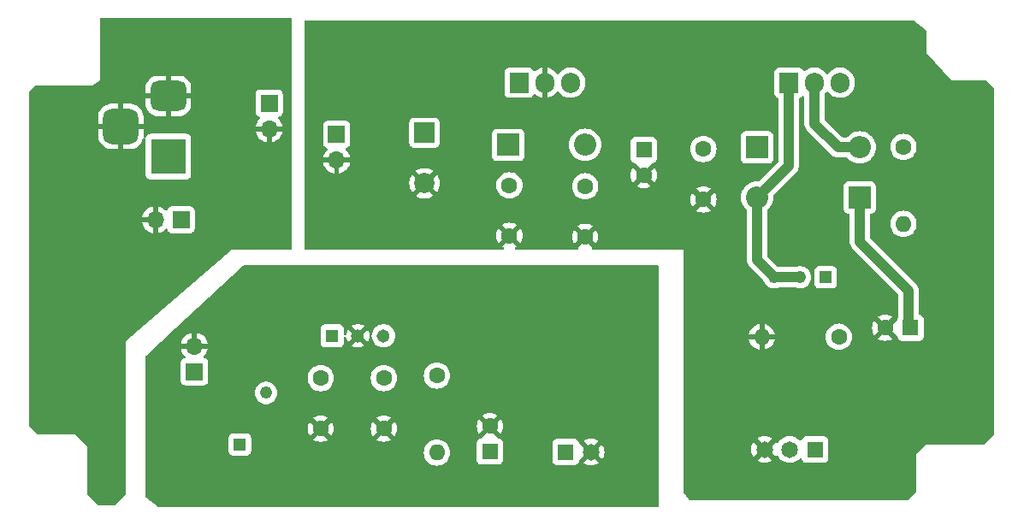
<source format=gbl>
G04 #@! TF.GenerationSoftware,KiCad,Pcbnew,8.0.2*
G04 #@! TF.CreationDate,2024-08-09T17:56:15+09:00*
G04 #@! TF.ProjectId,powersupply,706f7765-7273-4757-9070-6c792e6b6963,rev?*
G04 #@! TF.SameCoordinates,Original*
G04 #@! TF.FileFunction,Copper,L2,Bot*
G04 #@! TF.FilePolarity,Positive*
%FSLAX46Y46*%
G04 Gerber Fmt 4.6, Leading zero omitted, Abs format (unit mm)*
G04 Created by KiCad (PCBNEW 8.0.2) date 2024-08-09 17:56:15*
%MOMM*%
%LPD*%
G01*
G04 APERTURE LIST*
G04 Aperture macros list*
%AMRoundRect*
0 Rectangle with rounded corners*
0 $1 Rounding radius*
0 $2 $3 $4 $5 $6 $7 $8 $9 X,Y pos of 4 corners*
0 Add a 4 corners polygon primitive as box body*
4,1,4,$2,$3,$4,$5,$6,$7,$8,$9,$2,$3,0*
0 Add four circle primitives for the rounded corners*
1,1,$1+$1,$2,$3*
1,1,$1+$1,$4,$5*
1,1,$1+$1,$6,$7*
1,1,$1+$1,$8,$9*
0 Add four rect primitives between the rounded corners*
20,1,$1+$1,$2,$3,$4,$5,0*
20,1,$1+$1,$4,$5,$6,$7,0*
20,1,$1+$1,$6,$7,$8,$9,0*
20,1,$1+$1,$8,$9,$2,$3,0*%
G04 Aperture macros list end*
G04 #@! TA.AperFunction,ComponentPad*
%ADD10R,1.650000X1.650000*%
G04 #@! TD*
G04 #@! TA.AperFunction,ComponentPad*
%ADD11C,1.650000*%
G04 #@! TD*
G04 #@! TA.AperFunction,ComponentPad*
%ADD12R,1.217000X1.217000*%
G04 #@! TD*
G04 #@! TA.AperFunction,ComponentPad*
%ADD13C,1.217000*%
G04 #@! TD*
G04 #@! TA.AperFunction,ComponentPad*
%ADD14R,1.905000X2.000000*%
G04 #@! TD*
G04 #@! TA.AperFunction,ComponentPad*
%ADD15O,1.905000X2.000000*%
G04 #@! TD*
G04 #@! TA.AperFunction,ComponentPad*
%ADD16R,1.700000X1.700000*%
G04 #@! TD*
G04 #@! TA.AperFunction,ComponentPad*
%ADD17O,1.700000X1.700000*%
G04 #@! TD*
G04 #@! TA.AperFunction,ComponentPad*
%ADD18C,1.600000*%
G04 #@! TD*
G04 #@! TA.AperFunction,ComponentPad*
%ADD19O,1.600000X1.600000*%
G04 #@! TD*
G04 #@! TA.AperFunction,ComponentPad*
%ADD20R,1.305000X1.305000*%
G04 #@! TD*
G04 #@! TA.AperFunction,ComponentPad*
%ADD21C,1.305000*%
G04 #@! TD*
G04 #@! TA.AperFunction,ComponentPad*
%ADD22R,1.600000X1.600000*%
G04 #@! TD*
G04 #@! TA.AperFunction,ComponentPad*
%ADD23R,3.500000X3.500000*%
G04 #@! TD*
G04 #@! TA.AperFunction,ComponentPad*
%ADD24RoundRect,0.750000X-1.000000X0.750000X-1.000000X-0.750000X1.000000X-0.750000X1.000000X0.750000X0*%
G04 #@! TD*
G04 #@! TA.AperFunction,ComponentPad*
%ADD25RoundRect,0.875000X-0.875000X0.875000X-0.875000X-0.875000X0.875000X-0.875000X0.875000X0.875000X0*%
G04 #@! TD*
G04 #@! TA.AperFunction,ComponentPad*
%ADD26R,2.200000X2.200000*%
G04 #@! TD*
G04 #@! TA.AperFunction,ComponentPad*
%ADD27O,2.200000X2.200000*%
G04 #@! TD*
G04 #@! TA.AperFunction,ComponentPad*
%ADD28R,2.000000X2.000000*%
G04 #@! TD*
G04 #@! TA.AperFunction,ComponentPad*
%ADD29C,2.000000*%
G04 #@! TD*
G04 #@! TA.AperFunction,Conductor*
%ADD30C,1.000000*%
G04 #@! TD*
G04 APERTURE END LIST*
D10*
X107080000Y-84500000D03*
D11*
X109580000Y-84500000D03*
D12*
X74830000Y-83750000D03*
D13*
X77420000Y-78650000D03*
D14*
X129160000Y-47945000D03*
D15*
X131700000Y-47945000D03*
X134240000Y-47945000D03*
D16*
X77725000Y-49960000D03*
D17*
X77725000Y-52500000D03*
D16*
X70330000Y-76550000D03*
D17*
X70330000Y-74010000D03*
D14*
X102460000Y-47945000D03*
D15*
X105000000Y-47945000D03*
X107540000Y-47945000D03*
D18*
X134110000Y-73100000D03*
D19*
X126490000Y-73100000D03*
D16*
X84400000Y-53060000D03*
D17*
X84400000Y-55600000D03*
D18*
X120700000Y-54500000D03*
X120700000Y-59500000D03*
D10*
X131750000Y-84250000D03*
D11*
X129250000Y-84250000D03*
X126750000Y-84250000D03*
D18*
X109000000Y-58200000D03*
X109000000Y-63200000D03*
X89080000Y-77190000D03*
X89080000Y-82190000D03*
D20*
X83960000Y-73000000D03*
D21*
X86500000Y-73000000D03*
X89040000Y-73000000D03*
D12*
X132800000Y-67200000D03*
D13*
X130260000Y-67200000D03*
X127720000Y-67200000D03*
D22*
X114800000Y-54600000D03*
D18*
X114800000Y-57100000D03*
D23*
X67750000Y-55250000D03*
D24*
X67750000Y-49250000D03*
D25*
X63050000Y-52250000D03*
D18*
X101500000Y-58100000D03*
X101500000Y-63100000D03*
D22*
X141200000Y-72200000D03*
D18*
X138700000Y-72200000D03*
X82830000Y-77190000D03*
X82830000Y-82190000D03*
X94330000Y-76940000D03*
D19*
X94330000Y-84560000D03*
D18*
X140500000Y-54290000D03*
D19*
X140500000Y-61910000D03*
D26*
X101380000Y-54100000D03*
D27*
X109000000Y-54100000D03*
D22*
X99580000Y-84455113D03*
D18*
X99580000Y-81955113D03*
D28*
X93100000Y-52900000D03*
D29*
X93100000Y-57900000D03*
D16*
X69000000Y-61500000D03*
D17*
X66460000Y-61500000D03*
D26*
X126020000Y-54344887D03*
D27*
X136180000Y-54344887D03*
D26*
X136180000Y-59300000D03*
D27*
X126020000Y-59300000D03*
D30*
X131700000Y-52000000D02*
X131700000Y-47945000D01*
X136180000Y-54344887D02*
X134044887Y-54344887D01*
X136180000Y-63680000D02*
X141000000Y-68500000D01*
X141000000Y-72000000D02*
X141200000Y-72200000D01*
X134044887Y-54344887D02*
X131700000Y-52000000D01*
X136180000Y-59300000D02*
X136180000Y-63680000D01*
X141000000Y-68500000D02*
X141000000Y-72000000D01*
X126020000Y-59300000D02*
X126020000Y-65500000D01*
X126020000Y-65500000D02*
X127720000Y-67200000D01*
X130260000Y-67200000D02*
X127720000Y-67200000D01*
X129160000Y-47945000D02*
X129160000Y-56160000D01*
X129160000Y-56160000D02*
X126020000Y-59300000D01*
G04 #@! TA.AperFunction,Conductor*
G36*
X116193039Y-66019685D02*
G01*
X116238794Y-66072489D01*
X116250000Y-66124000D01*
X116250000Y-89876000D01*
X116230315Y-89943039D01*
X116177511Y-89988794D01*
X116126000Y-90000000D01*
X66793497Y-90000000D01*
X66726458Y-89980315D01*
X66716035Y-89972828D01*
X65546538Y-89037230D01*
X65506486Y-88979979D01*
X65500000Y-88940402D01*
X65500000Y-83093635D01*
X73721000Y-83093635D01*
X73721000Y-84406370D01*
X73721001Y-84406376D01*
X73727408Y-84465983D01*
X73777702Y-84600828D01*
X73777706Y-84600835D01*
X73863952Y-84716044D01*
X73863955Y-84716047D01*
X73979164Y-84802293D01*
X73979171Y-84802297D01*
X74114017Y-84852591D01*
X74114016Y-84852591D01*
X74120944Y-84853335D01*
X74173627Y-84859000D01*
X75486372Y-84858999D01*
X75545983Y-84852591D01*
X75680831Y-84802296D01*
X75796046Y-84716046D01*
X75882296Y-84600831D01*
X75897526Y-84559998D01*
X93024532Y-84559998D01*
X93024532Y-84560001D01*
X93044364Y-84786686D01*
X93044366Y-84786697D01*
X93103258Y-85006488D01*
X93103261Y-85006497D01*
X93199431Y-85212732D01*
X93199432Y-85212734D01*
X93329954Y-85399141D01*
X93490858Y-85560045D01*
X93490861Y-85560047D01*
X93677266Y-85690568D01*
X93883504Y-85786739D01*
X94103308Y-85845635D01*
X94265230Y-85859801D01*
X94329998Y-85865468D01*
X94330000Y-85865468D01*
X94330002Y-85865468D01*
X94386673Y-85860509D01*
X94556692Y-85845635D01*
X94776496Y-85786739D01*
X94982734Y-85690568D01*
X95169139Y-85560047D01*
X95330047Y-85399139D01*
X95460568Y-85212734D01*
X95556739Y-85006496D01*
X95615635Y-84786692D01*
X95635468Y-84560000D01*
X95615635Y-84333308D01*
X95556739Y-84113504D01*
X95460568Y-83907266D01*
X95330047Y-83720861D01*
X95330045Y-83720858D01*
X95169141Y-83559954D01*
X94982734Y-83429432D01*
X94982732Y-83429431D01*
X94776497Y-83333261D01*
X94776488Y-83333258D01*
X94556697Y-83274366D01*
X94556693Y-83274365D01*
X94556692Y-83274365D01*
X94556691Y-83274364D01*
X94556686Y-83274364D01*
X94330002Y-83254532D01*
X94329998Y-83254532D01*
X94103313Y-83274364D01*
X94103302Y-83274366D01*
X93883511Y-83333258D01*
X93883502Y-83333261D01*
X93677267Y-83429431D01*
X93677265Y-83429432D01*
X93490858Y-83559954D01*
X93329954Y-83720858D01*
X93199432Y-83907265D01*
X93199431Y-83907267D01*
X93103261Y-84113502D01*
X93103258Y-84113511D01*
X93044366Y-84333302D01*
X93044364Y-84333313D01*
X93024532Y-84559998D01*
X75897526Y-84559998D01*
X75932591Y-84465983D01*
X75939000Y-84406373D01*
X75938999Y-83093628D01*
X75932591Y-83034017D01*
X75888376Y-82915471D01*
X75882297Y-82899171D01*
X75882293Y-82899164D01*
X75796047Y-82783955D01*
X75796044Y-82783952D01*
X75680835Y-82697706D01*
X75680828Y-82697702D01*
X75545982Y-82647408D01*
X75545983Y-82647408D01*
X75486383Y-82641001D01*
X75486381Y-82641000D01*
X75486373Y-82641000D01*
X75486364Y-82641000D01*
X74173629Y-82641000D01*
X74173623Y-82641001D01*
X74114016Y-82647408D01*
X73979171Y-82697702D01*
X73979164Y-82697706D01*
X73863955Y-82783952D01*
X73863952Y-82783955D01*
X73777706Y-82899164D01*
X73777702Y-82899171D01*
X73727408Y-83034017D01*
X73721572Y-83088307D01*
X73721001Y-83093623D01*
X73721000Y-83093635D01*
X65500000Y-83093635D01*
X65500000Y-82189997D01*
X81525034Y-82189997D01*
X81525034Y-82190002D01*
X81544858Y-82416599D01*
X81544860Y-82416610D01*
X81603730Y-82636317D01*
X81603735Y-82636331D01*
X81699863Y-82842478D01*
X81750974Y-82915472D01*
X82430000Y-82236446D01*
X82430000Y-82242661D01*
X82457259Y-82344394D01*
X82509920Y-82435606D01*
X82584394Y-82510080D01*
X82675606Y-82562741D01*
X82777339Y-82590000D01*
X82783553Y-82590000D01*
X82104526Y-83269025D01*
X82177513Y-83320132D01*
X82177521Y-83320136D01*
X82383668Y-83416264D01*
X82383682Y-83416269D01*
X82603389Y-83475139D01*
X82603400Y-83475141D01*
X82829998Y-83494966D01*
X82830002Y-83494966D01*
X83056599Y-83475141D01*
X83056610Y-83475139D01*
X83276317Y-83416269D01*
X83276331Y-83416264D01*
X83482478Y-83320136D01*
X83555471Y-83269024D01*
X82876447Y-82590000D01*
X82882661Y-82590000D01*
X82984394Y-82562741D01*
X83075606Y-82510080D01*
X83150080Y-82435606D01*
X83202741Y-82344394D01*
X83230000Y-82242661D01*
X83230000Y-82236447D01*
X83909024Y-82915471D01*
X83960136Y-82842478D01*
X84056264Y-82636331D01*
X84056269Y-82636317D01*
X84115139Y-82416610D01*
X84115141Y-82416599D01*
X84134966Y-82190002D01*
X84134966Y-82189997D01*
X87775034Y-82189997D01*
X87775034Y-82190002D01*
X87794858Y-82416599D01*
X87794860Y-82416610D01*
X87853730Y-82636317D01*
X87853735Y-82636331D01*
X87949863Y-82842478D01*
X88000974Y-82915472D01*
X88680000Y-82236446D01*
X88680000Y-82242661D01*
X88707259Y-82344394D01*
X88759920Y-82435606D01*
X88834394Y-82510080D01*
X88925606Y-82562741D01*
X89027339Y-82590000D01*
X89033553Y-82590000D01*
X88354526Y-83269025D01*
X88427513Y-83320132D01*
X88427521Y-83320136D01*
X88633668Y-83416264D01*
X88633682Y-83416269D01*
X88853389Y-83475139D01*
X88853400Y-83475141D01*
X89079998Y-83494966D01*
X89080002Y-83494966D01*
X89306599Y-83475141D01*
X89306610Y-83475139D01*
X89526317Y-83416269D01*
X89526331Y-83416264D01*
X89732478Y-83320136D01*
X89805471Y-83269024D01*
X89126447Y-82590000D01*
X89132661Y-82590000D01*
X89234394Y-82562741D01*
X89325606Y-82510080D01*
X89400080Y-82435606D01*
X89452741Y-82344394D01*
X89480000Y-82242661D01*
X89480000Y-82236447D01*
X90159024Y-82915471D01*
X90210136Y-82842478D01*
X90306264Y-82636331D01*
X90306269Y-82636317D01*
X90365139Y-82416610D01*
X90365141Y-82416599D01*
X90384966Y-82190002D01*
X90384966Y-82189997D01*
X90365141Y-81963400D01*
X90365139Y-81963389D01*
X90362921Y-81955110D01*
X98275034Y-81955110D01*
X98275034Y-81955115D01*
X98294858Y-82181712D01*
X98294860Y-82181723D01*
X98353730Y-82401430D01*
X98353735Y-82401444D01*
X98449863Y-82607591D01*
X98500974Y-82680585D01*
X99180000Y-82001559D01*
X99180000Y-82007774D01*
X99207259Y-82109507D01*
X99259920Y-82200719D01*
X99334394Y-82275193D01*
X99425606Y-82327854D01*
X99527339Y-82355113D01*
X99533553Y-82355113D01*
X98849352Y-83039312D01*
X98839506Y-83088307D01*
X98790890Y-83138490D01*
X98735367Y-83153162D01*
X98735423Y-83154212D01*
X98735429Y-83154259D01*
X98735426Y-83154259D01*
X98735436Y-83154437D01*
X98732123Y-83154614D01*
X98672516Y-83161021D01*
X98537671Y-83211315D01*
X98537664Y-83211319D01*
X98422455Y-83297565D01*
X98422452Y-83297568D01*
X98336206Y-83412777D01*
X98336202Y-83412784D01*
X98285908Y-83547630D01*
X98279501Y-83607229D01*
X98279501Y-83607236D01*
X98279500Y-83607248D01*
X98279500Y-85302983D01*
X98279501Y-85302989D01*
X98285908Y-85362596D01*
X98336202Y-85497441D01*
X98336206Y-85497448D01*
X98422452Y-85612657D01*
X98422455Y-85612660D01*
X98537664Y-85698906D01*
X98537671Y-85698910D01*
X98672517Y-85749204D01*
X98672516Y-85749204D01*
X98678535Y-85749851D01*
X98732127Y-85755613D01*
X100427872Y-85755612D01*
X100487483Y-85749204D01*
X100622331Y-85698909D01*
X100737546Y-85612659D01*
X100823796Y-85497444D01*
X100874091Y-85362596D01*
X100880500Y-85302986D01*
X100880499Y-83627135D01*
X105754500Y-83627135D01*
X105754500Y-85372870D01*
X105754501Y-85372876D01*
X105760908Y-85432483D01*
X105811202Y-85567328D01*
X105811206Y-85567335D01*
X105897452Y-85682544D01*
X105897455Y-85682547D01*
X106012664Y-85768793D01*
X106012671Y-85768797D01*
X106147517Y-85819091D01*
X106147516Y-85819091D01*
X106154444Y-85819835D01*
X106207127Y-85825500D01*
X107952872Y-85825499D01*
X108012483Y-85819091D01*
X108147331Y-85768796D01*
X108262546Y-85682546D01*
X108348796Y-85567331D01*
X108399091Y-85432483D01*
X108405500Y-85372873D01*
X108405499Y-85371987D01*
X108405557Y-85371791D01*
X108405678Y-85369547D01*
X108406207Y-85369575D01*
X108425168Y-85304947D01*
X108445311Y-85287483D01*
X108442137Y-85284309D01*
X109056212Y-84670233D01*
X109067482Y-84712292D01*
X109139890Y-84837708D01*
X109242292Y-84940110D01*
X109367708Y-85012518D01*
X109409765Y-85023787D01*
X108836576Y-85596975D01*
X108914969Y-85651867D01*
X109125090Y-85749847D01*
X109125099Y-85749851D01*
X109349031Y-85809852D01*
X109349041Y-85809854D01*
X109579999Y-85830061D01*
X109580001Y-85830061D01*
X109810958Y-85809854D01*
X109810968Y-85809852D01*
X110034900Y-85749851D01*
X110034909Y-85749847D01*
X110245030Y-85651867D01*
X110245034Y-85651865D01*
X110323422Y-85596976D01*
X110323422Y-85596975D01*
X109750235Y-85023787D01*
X109792292Y-85012518D01*
X109917708Y-84940110D01*
X110020110Y-84837708D01*
X110092518Y-84712292D01*
X110103787Y-84670234D01*
X110676975Y-85243422D01*
X110676976Y-85243422D01*
X110731865Y-85165034D01*
X110731867Y-85165030D01*
X110829847Y-84954909D01*
X110829851Y-84954900D01*
X110889852Y-84730968D01*
X110889854Y-84730958D01*
X110910061Y-84500000D01*
X110910061Y-84499999D01*
X110889854Y-84269041D01*
X110889852Y-84269031D01*
X110829851Y-84045099D01*
X110829847Y-84045090D01*
X110731867Y-83834971D01*
X110731866Y-83834969D01*
X110676975Y-83756577D01*
X110676975Y-83756576D01*
X110103787Y-84329764D01*
X110092518Y-84287708D01*
X110020110Y-84162292D01*
X109917708Y-84059890D01*
X109792292Y-83987482D01*
X109750234Y-83976212D01*
X110323422Y-83403023D01*
X110245030Y-83348133D01*
X110034909Y-83250152D01*
X110034900Y-83250148D01*
X109810968Y-83190147D01*
X109810958Y-83190145D01*
X109580001Y-83169939D01*
X109579999Y-83169939D01*
X109349041Y-83190145D01*
X109349031Y-83190147D01*
X109125099Y-83250148D01*
X109125090Y-83250152D01*
X108914967Y-83348134D01*
X108836576Y-83403022D01*
X109409766Y-83976212D01*
X109367708Y-83987482D01*
X109242292Y-84059890D01*
X109139890Y-84162292D01*
X109067482Y-84287708D01*
X109056212Y-84329766D01*
X108442136Y-83715690D01*
X108445509Y-83712316D01*
X108421467Y-83688905D01*
X108406122Y-83630412D01*
X108405900Y-83630423D01*
X108405854Y-83630429D01*
X108405853Y-83630426D01*
X108405676Y-83630436D01*
X108405559Y-83628268D01*
X108405499Y-83628036D01*
X108405499Y-83627129D01*
X108405498Y-83627123D01*
X108405497Y-83627116D01*
X108399091Y-83567517D01*
X108396270Y-83559954D01*
X108348797Y-83432671D01*
X108348793Y-83432664D01*
X108262547Y-83317455D01*
X108262544Y-83317452D01*
X108147335Y-83231206D01*
X108147328Y-83231202D01*
X108012482Y-83180908D01*
X108012483Y-83180908D01*
X107952883Y-83174501D01*
X107952881Y-83174500D01*
X107952873Y-83174500D01*
X107952864Y-83174500D01*
X106207129Y-83174500D01*
X106207123Y-83174501D01*
X106147516Y-83180908D01*
X106012671Y-83231202D01*
X106012664Y-83231206D01*
X105897455Y-83317452D01*
X105897452Y-83317455D01*
X105811206Y-83432664D01*
X105811202Y-83432671D01*
X105760908Y-83567517D01*
X105756637Y-83607248D01*
X105754501Y-83627123D01*
X105754500Y-83627135D01*
X100880499Y-83627135D01*
X100880499Y-83607241D01*
X100874091Y-83547630D01*
X100847054Y-83475141D01*
X100823797Y-83412784D01*
X100823793Y-83412777D01*
X100737547Y-83297568D01*
X100737544Y-83297565D01*
X100622335Y-83211319D01*
X100622328Y-83211315D01*
X100487482Y-83161021D01*
X100487483Y-83161021D01*
X100427883Y-83154614D01*
X100427881Y-83154613D01*
X100427873Y-83154613D01*
X100427864Y-83154613D01*
X100424548Y-83154435D01*
X100424627Y-83152960D01*
X100363215Y-83134928D01*
X100317460Y-83082124D01*
X100309969Y-83038635D01*
X99626447Y-82355113D01*
X99632661Y-82355113D01*
X99734394Y-82327854D01*
X99825606Y-82275193D01*
X99900080Y-82200719D01*
X99952741Y-82109507D01*
X99980000Y-82007774D01*
X99980000Y-82001560D01*
X100659024Y-82680584D01*
X100710136Y-82607591D01*
X100806264Y-82401444D01*
X100806269Y-82401430D01*
X100865139Y-82181723D01*
X100865141Y-82181712D01*
X100884966Y-81955115D01*
X100884966Y-81955110D01*
X100865141Y-81728513D01*
X100865139Y-81728502D01*
X100806269Y-81508795D01*
X100806264Y-81508781D01*
X100710136Y-81302634D01*
X100710132Y-81302626D01*
X100659025Y-81229639D01*
X99980000Y-81908664D01*
X99980000Y-81902452D01*
X99952741Y-81800719D01*
X99900080Y-81709507D01*
X99825606Y-81635033D01*
X99734394Y-81582372D01*
X99632661Y-81555113D01*
X99626448Y-81555113D01*
X100305472Y-80876087D01*
X100232478Y-80824976D01*
X100026331Y-80728848D01*
X100026317Y-80728843D01*
X99806610Y-80669973D01*
X99806599Y-80669971D01*
X99580002Y-80650147D01*
X99579998Y-80650147D01*
X99353400Y-80669971D01*
X99353389Y-80669973D01*
X99133682Y-80728843D01*
X99133673Y-80728847D01*
X98927516Y-80824979D01*
X98927512Y-80824981D01*
X98854526Y-80876086D01*
X98854526Y-80876087D01*
X99533553Y-81555113D01*
X99527339Y-81555113D01*
X99425606Y-81582372D01*
X99334394Y-81635033D01*
X99259920Y-81709507D01*
X99207259Y-81800719D01*
X99180000Y-81902452D01*
X99180000Y-81908665D01*
X98500974Y-81229639D01*
X98500973Y-81229639D01*
X98449868Y-81302625D01*
X98449866Y-81302629D01*
X98353734Y-81508786D01*
X98353730Y-81508795D01*
X98294860Y-81728502D01*
X98294858Y-81728513D01*
X98275034Y-81955110D01*
X90362921Y-81955110D01*
X90306269Y-81743682D01*
X90306264Y-81743668D01*
X90210136Y-81537521D01*
X90210132Y-81537513D01*
X90159025Y-81464526D01*
X89480000Y-82143551D01*
X89480000Y-82137339D01*
X89452741Y-82035606D01*
X89400080Y-81944394D01*
X89325606Y-81869920D01*
X89234394Y-81817259D01*
X89132661Y-81790000D01*
X89126448Y-81790000D01*
X89805472Y-81110974D01*
X89732478Y-81059863D01*
X89526331Y-80963735D01*
X89526317Y-80963730D01*
X89306610Y-80904860D01*
X89306599Y-80904858D01*
X89080002Y-80885034D01*
X89079998Y-80885034D01*
X88853400Y-80904858D01*
X88853389Y-80904860D01*
X88633682Y-80963730D01*
X88633673Y-80963734D01*
X88427516Y-81059866D01*
X88427512Y-81059868D01*
X88354526Y-81110973D01*
X88354526Y-81110974D01*
X89033553Y-81790000D01*
X89027339Y-81790000D01*
X88925606Y-81817259D01*
X88834394Y-81869920D01*
X88759920Y-81944394D01*
X88707259Y-82035606D01*
X88680000Y-82137339D01*
X88680000Y-82143552D01*
X88000974Y-81464526D01*
X88000973Y-81464526D01*
X87949868Y-81537512D01*
X87949866Y-81537516D01*
X87853734Y-81743673D01*
X87853730Y-81743682D01*
X87794860Y-81963389D01*
X87794858Y-81963400D01*
X87775034Y-82189997D01*
X84134966Y-82189997D01*
X84115141Y-81963400D01*
X84115139Y-81963389D01*
X84056269Y-81743682D01*
X84056264Y-81743668D01*
X83960136Y-81537521D01*
X83960132Y-81537513D01*
X83909025Y-81464526D01*
X83230000Y-82143551D01*
X83230000Y-82137339D01*
X83202741Y-82035606D01*
X83150080Y-81944394D01*
X83075606Y-81869920D01*
X82984394Y-81817259D01*
X82882661Y-81790000D01*
X82876448Y-81790000D01*
X83555472Y-81110974D01*
X83482478Y-81059863D01*
X83276331Y-80963735D01*
X83276317Y-80963730D01*
X83056610Y-80904860D01*
X83056599Y-80904858D01*
X82830002Y-80885034D01*
X82829998Y-80885034D01*
X82603400Y-80904858D01*
X82603389Y-80904860D01*
X82383682Y-80963730D01*
X82383673Y-80963734D01*
X82177516Y-81059866D01*
X82177512Y-81059868D01*
X82104526Y-81110973D01*
X82104526Y-81110974D01*
X82783553Y-81790000D01*
X82777339Y-81790000D01*
X82675606Y-81817259D01*
X82584394Y-81869920D01*
X82509920Y-81944394D01*
X82457259Y-82035606D01*
X82430000Y-82137339D01*
X82430000Y-82143552D01*
X81750974Y-81464526D01*
X81750973Y-81464526D01*
X81699868Y-81537512D01*
X81699866Y-81537516D01*
X81603734Y-81743673D01*
X81603730Y-81743682D01*
X81544860Y-81963389D01*
X81544858Y-81963400D01*
X81525034Y-82189997D01*
X65500000Y-82189997D01*
X65500000Y-78649999D01*
X76306249Y-78649999D01*
X76306249Y-78650000D01*
X76325212Y-78854646D01*
X76381459Y-79052336D01*
X76473070Y-79236314D01*
X76596929Y-79400331D01*
X76727592Y-79519444D01*
X76748815Y-79538792D01*
X76923558Y-79646989D01*
X77115208Y-79721234D01*
X77317236Y-79759000D01*
X77317238Y-79759000D01*
X77522762Y-79759000D01*
X77522764Y-79759000D01*
X77724792Y-79721234D01*
X77916442Y-79646989D01*
X78091185Y-79538792D01*
X78243072Y-79400329D01*
X78366930Y-79236314D01*
X78458542Y-79052333D01*
X78514787Y-78854651D01*
X78533751Y-78650000D01*
X78514787Y-78445349D01*
X78458542Y-78247667D01*
X78366930Y-78063686D01*
X78307505Y-77984995D01*
X78243070Y-77899668D01*
X78091186Y-77761209D01*
X78091185Y-77761208D01*
X77916442Y-77653011D01*
X77916441Y-77653010D01*
X77760843Y-77592732D01*
X77724792Y-77578766D01*
X77522764Y-77541000D01*
X77317236Y-77541000D01*
X77115208Y-77578766D01*
X77115205Y-77578766D01*
X77115205Y-77578767D01*
X76923558Y-77653010D01*
X76923557Y-77653011D01*
X76748813Y-77761209D01*
X76596929Y-77899668D01*
X76473070Y-78063685D01*
X76381459Y-78247663D01*
X76381458Y-78247667D01*
X76333354Y-78416738D01*
X76325212Y-78445353D01*
X76306249Y-78649999D01*
X65500000Y-78649999D01*
X65500000Y-75652135D01*
X68979500Y-75652135D01*
X68979500Y-77447870D01*
X68979501Y-77447876D01*
X68985908Y-77507483D01*
X69036202Y-77642328D01*
X69036206Y-77642335D01*
X69122452Y-77757544D01*
X69122455Y-77757547D01*
X69237664Y-77843793D01*
X69237671Y-77843797D01*
X69372517Y-77894091D01*
X69372516Y-77894091D01*
X69379444Y-77894835D01*
X69432127Y-77900500D01*
X71227872Y-77900499D01*
X71287483Y-77894091D01*
X71422331Y-77843796D01*
X71537546Y-77757546D01*
X71623796Y-77642331D01*
X71674091Y-77507483D01*
X71680500Y-77447873D01*
X71680500Y-77189998D01*
X81524532Y-77189998D01*
X81524532Y-77190001D01*
X81544364Y-77416686D01*
X81544366Y-77416697D01*
X81603258Y-77636488D01*
X81603261Y-77636497D01*
X81699431Y-77842732D01*
X81699432Y-77842734D01*
X81829954Y-78029141D01*
X81990858Y-78190045D01*
X81990861Y-78190047D01*
X82177266Y-78320568D01*
X82383504Y-78416739D01*
X82603308Y-78475635D01*
X82765230Y-78489801D01*
X82829998Y-78495468D01*
X82830000Y-78495468D01*
X82830002Y-78495468D01*
X82886673Y-78490509D01*
X83056692Y-78475635D01*
X83276496Y-78416739D01*
X83482734Y-78320568D01*
X83669139Y-78190047D01*
X83830047Y-78029139D01*
X83960568Y-77842734D01*
X84056739Y-77636496D01*
X84115635Y-77416692D01*
X84135468Y-77190000D01*
X84135468Y-77189998D01*
X87774532Y-77189998D01*
X87774532Y-77190001D01*
X87794364Y-77416686D01*
X87794366Y-77416697D01*
X87853258Y-77636488D01*
X87853261Y-77636497D01*
X87949431Y-77842732D01*
X87949432Y-77842734D01*
X88079954Y-78029141D01*
X88240858Y-78190045D01*
X88240861Y-78190047D01*
X88427266Y-78320568D01*
X88633504Y-78416739D01*
X88853308Y-78475635D01*
X89015230Y-78489801D01*
X89079998Y-78495468D01*
X89080000Y-78495468D01*
X89080002Y-78495468D01*
X89136673Y-78490509D01*
X89306692Y-78475635D01*
X89526496Y-78416739D01*
X89732734Y-78320568D01*
X89919139Y-78190047D01*
X90080047Y-78029139D01*
X90210568Y-77842734D01*
X90306739Y-77636496D01*
X90365635Y-77416692D01*
X90385468Y-77190000D01*
X90365635Y-76963308D01*
X90359389Y-76939998D01*
X93024532Y-76939998D01*
X93024532Y-76940001D01*
X93044364Y-77166686D01*
X93044366Y-77166697D01*
X93103258Y-77386488D01*
X93103261Y-77386497D01*
X93199431Y-77592732D01*
X93199432Y-77592734D01*
X93329954Y-77779141D01*
X93490858Y-77940045D01*
X93490861Y-77940047D01*
X93677266Y-78070568D01*
X93883504Y-78166739D01*
X94103308Y-78225635D01*
X94265230Y-78239801D01*
X94329998Y-78245468D01*
X94330000Y-78245468D01*
X94330002Y-78245468D01*
X94386673Y-78240509D01*
X94556692Y-78225635D01*
X94776496Y-78166739D01*
X94982734Y-78070568D01*
X95169139Y-77940047D01*
X95330047Y-77779139D01*
X95460568Y-77592734D01*
X95556739Y-77386496D01*
X95615635Y-77166692D01*
X95635468Y-76940000D01*
X95615635Y-76713308D01*
X95556739Y-76493504D01*
X95460568Y-76287266D01*
X95330047Y-76100861D01*
X95330045Y-76100858D01*
X95169141Y-75939954D01*
X94982734Y-75809432D01*
X94982732Y-75809431D01*
X94776497Y-75713261D01*
X94776488Y-75713258D01*
X94556697Y-75654366D01*
X94556693Y-75654365D01*
X94556692Y-75654365D01*
X94556691Y-75654364D01*
X94556686Y-75654364D01*
X94330002Y-75634532D01*
X94329998Y-75634532D01*
X94103313Y-75654364D01*
X94103302Y-75654366D01*
X93883511Y-75713258D01*
X93883502Y-75713261D01*
X93677267Y-75809431D01*
X93677265Y-75809432D01*
X93490858Y-75939954D01*
X93329954Y-76100858D01*
X93199432Y-76287265D01*
X93199431Y-76287267D01*
X93103261Y-76493502D01*
X93103258Y-76493511D01*
X93044366Y-76713302D01*
X93044364Y-76713313D01*
X93024532Y-76939998D01*
X90359389Y-76939998D01*
X90306739Y-76743504D01*
X90210568Y-76537266D01*
X90080047Y-76350861D01*
X90080045Y-76350858D01*
X89919141Y-76189954D01*
X89732734Y-76059432D01*
X89732732Y-76059431D01*
X89526497Y-75963261D01*
X89526488Y-75963258D01*
X89306697Y-75904366D01*
X89306693Y-75904365D01*
X89306692Y-75904365D01*
X89306691Y-75904364D01*
X89306686Y-75904364D01*
X89080002Y-75884532D01*
X89079998Y-75884532D01*
X88853313Y-75904364D01*
X88853302Y-75904366D01*
X88633511Y-75963258D01*
X88633502Y-75963261D01*
X88427267Y-76059431D01*
X88427265Y-76059432D01*
X88240858Y-76189954D01*
X88079954Y-76350858D01*
X87949432Y-76537265D01*
X87949431Y-76537267D01*
X87853261Y-76743502D01*
X87853258Y-76743511D01*
X87794366Y-76963302D01*
X87794364Y-76963313D01*
X87774532Y-77189998D01*
X84135468Y-77189998D01*
X84115635Y-76963308D01*
X84056739Y-76743504D01*
X83960568Y-76537266D01*
X83830047Y-76350861D01*
X83830045Y-76350858D01*
X83669141Y-76189954D01*
X83482734Y-76059432D01*
X83482732Y-76059431D01*
X83276497Y-75963261D01*
X83276488Y-75963258D01*
X83056697Y-75904366D01*
X83056693Y-75904365D01*
X83056692Y-75904365D01*
X83056691Y-75904364D01*
X83056686Y-75904364D01*
X82830002Y-75884532D01*
X82829998Y-75884532D01*
X82603313Y-75904364D01*
X82603302Y-75904366D01*
X82383511Y-75963258D01*
X82383502Y-75963261D01*
X82177267Y-76059431D01*
X82177265Y-76059432D01*
X81990858Y-76189954D01*
X81829954Y-76350858D01*
X81699432Y-76537265D01*
X81699431Y-76537267D01*
X81603261Y-76743502D01*
X81603258Y-76743511D01*
X81544366Y-76963302D01*
X81544364Y-76963313D01*
X81524532Y-77189998D01*
X71680500Y-77189998D01*
X71680499Y-75652128D01*
X71674091Y-75592517D01*
X71623796Y-75457669D01*
X71623795Y-75457668D01*
X71623793Y-75457664D01*
X71537547Y-75342455D01*
X71537544Y-75342452D01*
X71422335Y-75256206D01*
X71422328Y-75256202D01*
X71290401Y-75206997D01*
X71234467Y-75165126D01*
X71210050Y-75099662D01*
X71224902Y-75031389D01*
X71246053Y-75003133D01*
X71368108Y-74881078D01*
X71503600Y-74687578D01*
X71603429Y-74473492D01*
X71603432Y-74473486D01*
X71660636Y-74260000D01*
X70763012Y-74260000D01*
X70795925Y-74202993D01*
X70830000Y-74075826D01*
X70830000Y-73944174D01*
X70795925Y-73817007D01*
X70763012Y-73760000D01*
X71660636Y-73760000D01*
X71660635Y-73759999D01*
X71603432Y-73546513D01*
X71603429Y-73546507D01*
X71503600Y-73332422D01*
X71503599Y-73332420D01*
X71368113Y-73138926D01*
X71368108Y-73138920D01*
X71201082Y-72971894D01*
X71007578Y-72836399D01*
X70793492Y-72736570D01*
X70793486Y-72736567D01*
X70580000Y-72679364D01*
X70580000Y-73576988D01*
X70522993Y-73544075D01*
X70395826Y-73510000D01*
X70264174Y-73510000D01*
X70137007Y-73544075D01*
X70080000Y-73576988D01*
X70080000Y-72679364D01*
X70079999Y-72679364D01*
X69866513Y-72736567D01*
X69866507Y-72736570D01*
X69652422Y-72836399D01*
X69652420Y-72836400D01*
X69458926Y-72971886D01*
X69458920Y-72971891D01*
X69291891Y-73138920D01*
X69291886Y-73138926D01*
X69156400Y-73332420D01*
X69156399Y-73332422D01*
X69056570Y-73546507D01*
X69056567Y-73546513D01*
X68999364Y-73759999D01*
X68999364Y-73760000D01*
X69896988Y-73760000D01*
X69864075Y-73817007D01*
X69830000Y-73944174D01*
X69830000Y-74075826D01*
X69864075Y-74202993D01*
X69896988Y-74260000D01*
X68999364Y-74260000D01*
X69056567Y-74473486D01*
X69056570Y-74473492D01*
X69156399Y-74687578D01*
X69291894Y-74881082D01*
X69413946Y-75003134D01*
X69447431Y-75064457D01*
X69442447Y-75134149D01*
X69400575Y-75190082D01*
X69369598Y-75206997D01*
X69237671Y-75256202D01*
X69237664Y-75256206D01*
X69122455Y-75342452D01*
X69122452Y-75342455D01*
X69036206Y-75457664D01*
X69036202Y-75457671D01*
X68985908Y-75592517D01*
X68979501Y-75652116D01*
X68979501Y-75652123D01*
X68979500Y-75652135D01*
X65500000Y-75652135D01*
X65500000Y-75054291D01*
X65519685Y-74987252D01*
X65539890Y-74963178D01*
X68425395Y-72299635D01*
X82807000Y-72299635D01*
X82807000Y-73700370D01*
X82807001Y-73700376D01*
X82813408Y-73759983D01*
X82863702Y-73894828D01*
X82863706Y-73894835D01*
X82949952Y-74010044D01*
X82949955Y-74010047D01*
X83065164Y-74096293D01*
X83065171Y-74096297D01*
X83200017Y-74146591D01*
X83200016Y-74146591D01*
X83206944Y-74147335D01*
X83259627Y-74153000D01*
X84660372Y-74152999D01*
X84719983Y-74146591D01*
X84854831Y-74096296D01*
X84970046Y-74010046D01*
X85056296Y-73894831D01*
X85106591Y-73759983D01*
X85113000Y-73700373D01*
X85112999Y-73204687D01*
X85132683Y-73137651D01*
X85185487Y-73091896D01*
X85254646Y-73081952D01*
X85318202Y-73110977D01*
X85355976Y-73169755D01*
X85360470Y-73193246D01*
X85362270Y-73212674D01*
X85420723Y-73418117D01*
X85515927Y-73609312D01*
X85525051Y-73621394D01*
X86070109Y-73076336D01*
X86094644Y-73167904D01*
X86151913Y-73267097D01*
X86232903Y-73348087D01*
X86332096Y-73405356D01*
X86423662Y-73429890D01*
X85881176Y-73972375D01*
X85984084Y-74036094D01*
X85984086Y-74036095D01*
X86183244Y-74113249D01*
X86183254Y-74113252D01*
X86393207Y-74152500D01*
X86606793Y-74152500D01*
X86816745Y-74113252D01*
X86816755Y-74113249D01*
X87015913Y-74036095D01*
X87015917Y-74036093D01*
X87118821Y-73972376D01*
X87118821Y-73972375D01*
X86576338Y-73429890D01*
X86667904Y-73405356D01*
X86767097Y-73348087D01*
X86848087Y-73267097D01*
X86905356Y-73167904D01*
X86929890Y-73076337D01*
X87474947Y-73621393D01*
X87474948Y-73621393D01*
X87484071Y-73609314D01*
X87484073Y-73609309D01*
X87579276Y-73418117D01*
X87637729Y-73212673D01*
X87646277Y-73120429D01*
X87672063Y-73055492D01*
X87728863Y-73014804D01*
X87798644Y-73011284D01*
X87859251Y-73046049D01*
X87891441Y-73108062D01*
X87893219Y-73120428D01*
X87901776Y-73212771D01*
X87901776Y-73212772D01*
X87960251Y-73418291D01*
X87960257Y-73418306D01*
X88055496Y-73609571D01*
X88055501Y-73609579D01*
X88184273Y-73780101D01*
X88342184Y-73924055D01*
X88342186Y-73924057D01*
X88523858Y-74036543D01*
X88523864Y-74036546D01*
X88566074Y-74052898D01*
X88723115Y-74113736D01*
X88933159Y-74153000D01*
X88933161Y-74153000D01*
X89146839Y-74153000D01*
X89146841Y-74153000D01*
X89356885Y-74113736D01*
X89556138Y-74036545D01*
X89737815Y-73924056D01*
X89895728Y-73780099D01*
X90024500Y-73609577D01*
X90119747Y-73418296D01*
X90178224Y-73212771D01*
X90197940Y-73000000D01*
X90178224Y-72787229D01*
X90119747Y-72581704D01*
X90119742Y-72581693D01*
X90024503Y-72390428D01*
X90024498Y-72390420D01*
X89895726Y-72219898D01*
X89737815Y-72075944D01*
X89737813Y-72075942D01*
X89556141Y-71963456D01*
X89556135Y-71963453D01*
X89399097Y-71902617D01*
X89356885Y-71886264D01*
X89146841Y-71847000D01*
X88933159Y-71847000D01*
X88723115Y-71886264D01*
X88723112Y-71886264D01*
X88723112Y-71886265D01*
X88523864Y-71963453D01*
X88523858Y-71963456D01*
X88342186Y-72075942D01*
X88342184Y-72075944D01*
X88184273Y-72219898D01*
X88055501Y-72390420D01*
X88055496Y-72390428D01*
X87960257Y-72581693D01*
X87960251Y-72581708D01*
X87901776Y-72787227D01*
X87901776Y-72787229D01*
X87893219Y-72879571D01*
X87867433Y-72944508D01*
X87810632Y-72985195D01*
X87740851Y-72988715D01*
X87680245Y-72953949D01*
X87648055Y-72891937D01*
X87646277Y-72879570D01*
X87637729Y-72787326D01*
X87579276Y-72581880D01*
X87579275Y-72581879D01*
X87484078Y-72390697D01*
X87484071Y-72390685D01*
X87474947Y-72378604D01*
X86929890Y-72923662D01*
X86905356Y-72832096D01*
X86848087Y-72732903D01*
X86767097Y-72651913D01*
X86667904Y-72594644D01*
X86576337Y-72570109D01*
X87118822Y-72027623D01*
X87015915Y-71963905D01*
X87015913Y-71963904D01*
X86816755Y-71886750D01*
X86816745Y-71886747D01*
X86606793Y-71847500D01*
X86393207Y-71847500D01*
X86183254Y-71886747D01*
X86183253Y-71886747D01*
X85984088Y-71963903D01*
X85984082Y-71963906D01*
X85881177Y-72027622D01*
X85881176Y-72027623D01*
X86423663Y-72570109D01*
X86332096Y-72594644D01*
X86232903Y-72651913D01*
X86151913Y-72732903D01*
X86094644Y-72832096D01*
X86070109Y-72923662D01*
X85525051Y-72378604D01*
X85515928Y-72390685D01*
X85420723Y-72581882D01*
X85362270Y-72787325D01*
X85360470Y-72806755D01*
X85334683Y-72871692D01*
X85277881Y-72912379D01*
X85208100Y-72915898D01*
X85147494Y-72881131D01*
X85115306Y-72819118D01*
X85112999Y-72795312D01*
X85112999Y-72299629D01*
X85112998Y-72299623D01*
X85112997Y-72299616D01*
X85106591Y-72240017D01*
X85099088Y-72219901D01*
X85056297Y-72105171D01*
X85056293Y-72105164D01*
X84970047Y-71989955D01*
X84970044Y-71989952D01*
X84854835Y-71903706D01*
X84854828Y-71903702D01*
X84719982Y-71853408D01*
X84719983Y-71853408D01*
X84660383Y-71847001D01*
X84660381Y-71847000D01*
X84660373Y-71847000D01*
X84660364Y-71847000D01*
X83259629Y-71847000D01*
X83259623Y-71847001D01*
X83200016Y-71853408D01*
X83065171Y-71903702D01*
X83065164Y-71903706D01*
X82949955Y-71989952D01*
X82949952Y-71989955D01*
X82863706Y-72105164D01*
X82863702Y-72105171D01*
X82813408Y-72240017D01*
X82807001Y-72299616D01*
X82807001Y-72299623D01*
X82807000Y-72299635D01*
X68425395Y-72299635D01*
X75115667Y-66124000D01*
X75214376Y-66032884D01*
X75276989Y-66001877D01*
X75298483Y-66000000D01*
X116126000Y-66000000D01*
X116193039Y-66019685D01*
G37*
G04 #@! TD.AperFunction*
G04 #@! TA.AperFunction,Conductor*
G36*
X79943039Y-41519685D02*
G01*
X79988794Y-41572489D01*
X80000000Y-41624000D01*
X80000000Y-64376000D01*
X79980315Y-64443039D01*
X79927511Y-64488794D01*
X79876000Y-64500000D01*
X74000000Y-64500000D01*
X73999999Y-64500000D01*
X73999998Y-64500001D01*
X63500000Y-73500000D01*
X63500000Y-88698638D01*
X63480315Y-88765677D01*
X63463681Y-88786319D01*
X62536319Y-89713681D01*
X62474996Y-89747166D01*
X62448638Y-89750000D01*
X60801362Y-89750000D01*
X60734323Y-89730315D01*
X60713681Y-89713681D01*
X59786319Y-88786319D01*
X59752834Y-88724996D01*
X59750000Y-88698638D01*
X59750000Y-84000000D01*
X58500000Y-82750000D01*
X54801362Y-82750000D01*
X54734323Y-82730315D01*
X54713681Y-82713681D01*
X54036319Y-82036319D01*
X54002834Y-81974996D01*
X54000000Y-81948638D01*
X54000000Y-61249999D01*
X65129364Y-61249999D01*
X65129364Y-61250000D01*
X66026988Y-61250000D01*
X65994075Y-61307007D01*
X65960000Y-61434174D01*
X65960000Y-61565826D01*
X65994075Y-61692993D01*
X66026988Y-61750000D01*
X65129364Y-61750000D01*
X65186567Y-61963486D01*
X65186570Y-61963492D01*
X65286399Y-62177578D01*
X65421894Y-62371082D01*
X65588917Y-62538105D01*
X65782421Y-62673600D01*
X65996507Y-62773429D01*
X65996516Y-62773433D01*
X66210000Y-62830634D01*
X66210000Y-61933012D01*
X66267007Y-61965925D01*
X66394174Y-62000000D01*
X66525826Y-62000000D01*
X66652993Y-61965925D01*
X66710000Y-61933012D01*
X66710000Y-62830633D01*
X66923483Y-62773433D01*
X66923492Y-62773429D01*
X67137578Y-62673600D01*
X67331078Y-62538108D01*
X67453133Y-62416053D01*
X67514456Y-62382568D01*
X67584148Y-62387552D01*
X67640082Y-62429423D01*
X67656997Y-62460401D01*
X67706202Y-62592328D01*
X67706206Y-62592335D01*
X67792452Y-62707544D01*
X67792455Y-62707547D01*
X67907664Y-62793793D01*
X67907671Y-62793797D01*
X68042517Y-62844091D01*
X68042516Y-62844091D01*
X68049444Y-62844835D01*
X68102127Y-62850500D01*
X69897872Y-62850499D01*
X69957483Y-62844091D01*
X70092331Y-62793796D01*
X70207546Y-62707546D01*
X70293796Y-62592331D01*
X70344091Y-62457483D01*
X70350500Y-62397873D01*
X70350499Y-60602128D01*
X70344091Y-60542517D01*
X70343002Y-60539598D01*
X70293797Y-60407671D01*
X70293793Y-60407664D01*
X70207547Y-60292455D01*
X70207544Y-60292452D01*
X70092335Y-60206206D01*
X70092328Y-60206202D01*
X69957482Y-60155908D01*
X69957483Y-60155908D01*
X69897883Y-60149501D01*
X69897881Y-60149500D01*
X69897873Y-60149500D01*
X69897864Y-60149500D01*
X68102129Y-60149500D01*
X68102123Y-60149501D01*
X68042516Y-60155908D01*
X67907671Y-60206202D01*
X67907664Y-60206206D01*
X67792455Y-60292452D01*
X67792452Y-60292455D01*
X67706206Y-60407664D01*
X67706202Y-60407671D01*
X67656997Y-60539598D01*
X67615126Y-60595532D01*
X67549661Y-60619949D01*
X67481388Y-60605097D01*
X67453134Y-60583946D01*
X67331082Y-60461894D01*
X67137578Y-60326399D01*
X66923492Y-60226570D01*
X66923486Y-60226567D01*
X66710000Y-60169364D01*
X66710000Y-61066988D01*
X66652993Y-61034075D01*
X66525826Y-61000000D01*
X66394174Y-61000000D01*
X66267007Y-61034075D01*
X66210000Y-61066988D01*
X66210000Y-60169364D01*
X66209999Y-60169364D01*
X65996513Y-60226567D01*
X65996507Y-60226570D01*
X65782422Y-60326399D01*
X65782420Y-60326400D01*
X65588926Y-60461886D01*
X65588920Y-60461891D01*
X65421891Y-60628920D01*
X65421886Y-60628926D01*
X65286400Y-60822420D01*
X65286399Y-60822422D01*
X65186570Y-61036507D01*
X65186567Y-61036513D01*
X65129364Y-61249999D01*
X54000000Y-61249999D01*
X54000000Y-51281421D01*
X60800000Y-51281421D01*
X60800000Y-52000000D01*
X62550000Y-52000000D01*
X62550000Y-52500000D01*
X60800001Y-52500000D01*
X60800001Y-53218588D01*
X60802794Y-53271191D01*
X60847237Y-53500987D01*
X60929879Y-53719975D01*
X61048339Y-53921841D01*
X61048344Y-53921848D01*
X61199211Y-54100786D01*
X61199213Y-54100788D01*
X61378151Y-54251655D01*
X61378158Y-54251660D01*
X61580024Y-54370120D01*
X61799012Y-54452762D01*
X62028809Y-54497205D01*
X62081382Y-54499998D01*
X62081421Y-54499999D01*
X62799999Y-54499999D01*
X62800000Y-54499998D01*
X62800000Y-53683012D01*
X62857007Y-53715925D01*
X62984174Y-53750000D01*
X63115826Y-53750000D01*
X63242993Y-53715925D01*
X63300000Y-53683012D01*
X63300000Y-54499999D01*
X64018576Y-54499999D01*
X64018588Y-54499998D01*
X64071191Y-54497205D01*
X64300987Y-54452762D01*
X64519975Y-54370120D01*
X64721841Y-54251660D01*
X64721848Y-54251655D01*
X64900786Y-54100788D01*
X64900788Y-54100786D01*
X65051655Y-53921848D01*
X65051660Y-53921841D01*
X65170120Y-53719975D01*
X65252762Y-53500986D01*
X65253756Y-53495851D01*
X65285811Y-53433769D01*
X65346342Y-53398872D01*
X65416130Y-53402240D01*
X65473019Y-53442805D01*
X65498946Y-53507686D01*
X65499500Y-53519395D01*
X65499500Y-57047870D01*
X65499501Y-57047876D01*
X65505908Y-57107483D01*
X65556202Y-57242328D01*
X65556206Y-57242335D01*
X65642452Y-57357544D01*
X65642455Y-57357547D01*
X65757664Y-57443793D01*
X65757671Y-57443797D01*
X65892517Y-57494091D01*
X65892516Y-57494091D01*
X65899444Y-57494835D01*
X65952127Y-57500500D01*
X69547872Y-57500499D01*
X69607483Y-57494091D01*
X69742331Y-57443796D01*
X69857546Y-57357546D01*
X69943796Y-57242331D01*
X69994091Y-57107483D01*
X70000500Y-57047873D01*
X70000499Y-53452128D01*
X69994091Y-53392517D01*
X69991980Y-53386858D01*
X69943797Y-53257671D01*
X69943793Y-53257664D01*
X69857547Y-53142455D01*
X69857544Y-53142452D01*
X69742335Y-53056206D01*
X69742328Y-53056202D01*
X69607482Y-53005908D01*
X69607483Y-53005908D01*
X69547883Y-52999501D01*
X69547881Y-52999500D01*
X69547873Y-52999500D01*
X69547864Y-52999500D01*
X65952129Y-52999500D01*
X65952123Y-52999501D01*
X65892516Y-53005908D01*
X65757671Y-53056202D01*
X65757664Y-53056206D01*
X65642455Y-53142452D01*
X65642452Y-53142455D01*
X65556206Y-53257664D01*
X65556202Y-53257671D01*
X65537988Y-53306507D01*
X65496117Y-53362441D01*
X65430652Y-53386858D01*
X65362379Y-53372006D01*
X65312974Y-53322601D01*
X65297981Y-53256594D01*
X65299999Y-53218615D01*
X65300000Y-53218578D01*
X65300000Y-52500000D01*
X63550000Y-52500000D01*
X63550000Y-52000000D01*
X65299999Y-52000000D01*
X65299999Y-51281423D01*
X65299998Y-51281411D01*
X65297205Y-51228808D01*
X65252762Y-50999012D01*
X65170120Y-50780024D01*
X65051660Y-50578158D01*
X65051655Y-50578151D01*
X64900788Y-50399213D01*
X64900786Y-50399211D01*
X64721848Y-50248344D01*
X64721841Y-50248339D01*
X64519975Y-50129879D01*
X64300987Y-50047237D01*
X64071190Y-50002794D01*
X64018617Y-50000001D01*
X64018579Y-50000000D01*
X63300000Y-50000000D01*
X63300000Y-50816988D01*
X63242993Y-50784075D01*
X63115826Y-50750000D01*
X62984174Y-50750000D01*
X62857007Y-50784075D01*
X62800000Y-50816988D01*
X62800000Y-50000000D01*
X62081423Y-50000000D01*
X62081411Y-50000001D01*
X62028808Y-50002794D01*
X61799012Y-50047237D01*
X61580024Y-50129879D01*
X61378158Y-50248339D01*
X61378151Y-50248344D01*
X61199213Y-50399211D01*
X61199211Y-50399213D01*
X61048344Y-50578151D01*
X61048339Y-50578158D01*
X60929879Y-50780024D01*
X60847237Y-50999012D01*
X60802794Y-51228808D01*
X60802794Y-51228809D01*
X60800001Y-51281382D01*
X60800000Y-51281421D01*
X54000000Y-51281421D01*
X54000000Y-48801362D01*
X54019685Y-48734323D01*
X54036319Y-48713681D01*
X54314197Y-48435803D01*
X65500000Y-48435803D01*
X65500000Y-49000000D01*
X66316988Y-49000000D01*
X66284075Y-49057007D01*
X66250000Y-49184174D01*
X66250000Y-49315826D01*
X66284075Y-49442993D01*
X66316988Y-49500000D01*
X65500001Y-49500000D01*
X65500001Y-50064197D01*
X65510400Y-50196332D01*
X65565377Y-50414519D01*
X65658428Y-50619374D01*
X65658431Y-50619380D01*
X65786559Y-50804323D01*
X65786569Y-50804335D01*
X65945664Y-50963430D01*
X65945676Y-50963440D01*
X66130619Y-51091568D01*
X66130625Y-51091571D01*
X66335480Y-51184622D01*
X66553667Y-51239599D01*
X66685810Y-51249999D01*
X67499999Y-51249999D01*
X67500000Y-51249998D01*
X67500000Y-49750000D01*
X68000000Y-49750000D01*
X68000000Y-51249999D01*
X68814182Y-51249999D01*
X68814197Y-51249998D01*
X68946332Y-51239599D01*
X69164519Y-51184622D01*
X69369374Y-51091571D01*
X69369380Y-51091568D01*
X69554323Y-50963440D01*
X69554335Y-50963430D01*
X69713430Y-50804335D01*
X69713440Y-50804323D01*
X69841568Y-50619380D01*
X69841571Y-50619374D01*
X69934622Y-50414519D01*
X69989599Y-50196332D01*
X69999999Y-50064196D01*
X70000000Y-50064184D01*
X70000000Y-49500000D01*
X69183012Y-49500000D01*
X69215925Y-49442993D01*
X69250000Y-49315826D01*
X69250000Y-49184174D01*
X69217299Y-49062135D01*
X76374500Y-49062135D01*
X76374500Y-50857870D01*
X76374501Y-50857876D01*
X76380908Y-50917483D01*
X76431202Y-51052328D01*
X76431206Y-51052335D01*
X76517452Y-51167544D01*
X76517455Y-51167547D01*
X76632664Y-51253793D01*
X76632671Y-51253797D01*
X76632674Y-51253798D01*
X76764598Y-51303002D01*
X76820531Y-51344873D01*
X76844949Y-51410337D01*
X76830098Y-51478610D01*
X76808947Y-51506865D01*
X76686886Y-51628926D01*
X76551400Y-51822420D01*
X76551399Y-51822422D01*
X76451570Y-52036507D01*
X76451567Y-52036513D01*
X76394364Y-52249999D01*
X76394364Y-52250000D01*
X77291988Y-52250000D01*
X77259075Y-52307007D01*
X77225000Y-52434174D01*
X77225000Y-52565826D01*
X77259075Y-52692993D01*
X77291988Y-52750000D01*
X76394364Y-52750000D01*
X76451567Y-52963486D01*
X76451570Y-52963492D01*
X76551399Y-53177578D01*
X76686894Y-53371082D01*
X76853917Y-53538105D01*
X77047421Y-53673600D01*
X77261507Y-53773429D01*
X77261516Y-53773433D01*
X77475000Y-53830634D01*
X77475000Y-52933012D01*
X77532007Y-52965925D01*
X77659174Y-53000000D01*
X77790826Y-53000000D01*
X77917993Y-52965925D01*
X77975000Y-52933012D01*
X77975000Y-53830633D01*
X78188483Y-53773433D01*
X78188492Y-53773429D01*
X78402578Y-53673600D01*
X78596082Y-53538105D01*
X78763105Y-53371082D01*
X78898600Y-53177578D01*
X78998429Y-52963492D01*
X78998432Y-52963486D01*
X79055636Y-52750000D01*
X78158012Y-52750000D01*
X78190925Y-52692993D01*
X78225000Y-52565826D01*
X78225000Y-52434174D01*
X78190925Y-52307007D01*
X78158012Y-52250000D01*
X79055636Y-52250000D01*
X79055635Y-52249999D01*
X78998432Y-52036513D01*
X78998429Y-52036507D01*
X78898600Y-51822422D01*
X78898599Y-51822420D01*
X78763113Y-51628926D01*
X78763108Y-51628920D01*
X78641053Y-51506865D01*
X78607568Y-51445542D01*
X78612552Y-51375850D01*
X78654424Y-51319917D01*
X78685400Y-51303002D01*
X78817331Y-51253796D01*
X78932546Y-51167546D01*
X79018796Y-51052331D01*
X79069091Y-50917483D01*
X79075500Y-50857873D01*
X79075499Y-49062128D01*
X79069091Y-49002517D01*
X79068152Y-49000000D01*
X79018797Y-48867671D01*
X79018793Y-48867664D01*
X78932547Y-48752455D01*
X78932544Y-48752452D01*
X78817335Y-48666206D01*
X78817328Y-48666202D01*
X78682482Y-48615908D01*
X78682483Y-48615908D01*
X78622883Y-48609501D01*
X78622881Y-48609500D01*
X78622873Y-48609500D01*
X78622864Y-48609500D01*
X76827129Y-48609500D01*
X76827123Y-48609501D01*
X76767516Y-48615908D01*
X76632671Y-48666202D01*
X76632664Y-48666206D01*
X76517455Y-48752452D01*
X76517452Y-48752455D01*
X76431206Y-48867664D01*
X76431202Y-48867671D01*
X76380908Y-49002517D01*
X76375050Y-49057007D01*
X76374501Y-49062123D01*
X76374500Y-49062135D01*
X69217299Y-49062135D01*
X69215925Y-49057007D01*
X69183012Y-49000000D01*
X69999999Y-49000000D01*
X69999999Y-48435817D01*
X69999998Y-48435802D01*
X69989599Y-48303667D01*
X69934622Y-48085480D01*
X69841571Y-47880625D01*
X69841568Y-47880619D01*
X69713440Y-47695676D01*
X69713430Y-47695664D01*
X69554335Y-47536569D01*
X69554323Y-47536559D01*
X69369380Y-47408431D01*
X69369374Y-47408428D01*
X69164519Y-47315377D01*
X68946332Y-47260400D01*
X68814196Y-47250000D01*
X68000000Y-47250000D01*
X68000000Y-48750000D01*
X67500000Y-48750000D01*
X67500000Y-47250000D01*
X66685817Y-47250000D01*
X66685802Y-47250001D01*
X66553667Y-47260400D01*
X66335480Y-47315377D01*
X66130625Y-47408428D01*
X66130619Y-47408431D01*
X65945676Y-47536559D01*
X65945664Y-47536569D01*
X65786569Y-47695664D01*
X65786559Y-47695676D01*
X65658431Y-47880619D01*
X65658428Y-47880625D01*
X65565377Y-48085480D01*
X65510400Y-48303667D01*
X65500000Y-48435803D01*
X54314197Y-48435803D01*
X54463681Y-48286319D01*
X54525004Y-48252834D01*
X54551362Y-48250000D01*
X60250000Y-48250000D01*
X61000000Y-47750000D01*
X61000000Y-41624000D01*
X61019685Y-41556961D01*
X61072489Y-41511206D01*
X61124000Y-41500000D01*
X79876000Y-41500000D01*
X79943039Y-41519685D01*
G37*
G04 #@! TD.AperFunction*
G04 #@! TA.AperFunction,Conductor*
G36*
X141523542Y-41769685D02*
G01*
X141533965Y-41777172D01*
X142703462Y-42712770D01*
X142743514Y-42770020D01*
X142750000Y-42809597D01*
X142750000Y-45000000D01*
X142750001Y-45000001D01*
X145249999Y-47750000D01*
X145250000Y-47750000D01*
X148698638Y-47750000D01*
X148765677Y-47769685D01*
X148786319Y-47786319D01*
X149463681Y-48463681D01*
X149497166Y-48525004D01*
X149500000Y-48551362D01*
X149500000Y-82698638D01*
X149480315Y-82765677D01*
X149463681Y-82786319D01*
X148536319Y-83713681D01*
X148474996Y-83747166D01*
X148448638Y-83750000D01*
X142749999Y-83750000D01*
X141750000Y-84749999D01*
X141750000Y-88448638D01*
X141730315Y-88515677D01*
X141713681Y-88536319D01*
X141036319Y-89213681D01*
X140974996Y-89247166D01*
X140948638Y-89250000D01*
X119316363Y-89250000D01*
X119249324Y-89230315D01*
X119213189Y-89194783D01*
X118770826Y-88531239D01*
X118750018Y-88464540D01*
X118750000Y-88462456D01*
X118750000Y-84249999D01*
X125419939Y-84249999D01*
X125419939Y-84250000D01*
X125440145Y-84480958D01*
X125440147Y-84480968D01*
X125500148Y-84704900D01*
X125500152Y-84704909D01*
X125598133Y-84915030D01*
X125653023Y-84993422D01*
X126226212Y-84420233D01*
X126237482Y-84462292D01*
X126309890Y-84587708D01*
X126412292Y-84690110D01*
X126537708Y-84762518D01*
X126579765Y-84773787D01*
X126006576Y-85346975D01*
X126084969Y-85401867D01*
X126295090Y-85499847D01*
X126295099Y-85499851D01*
X126519031Y-85559852D01*
X126519041Y-85559854D01*
X126749999Y-85580061D01*
X126750001Y-85580061D01*
X126980958Y-85559854D01*
X126980968Y-85559852D01*
X127204900Y-85499851D01*
X127204909Y-85499847D01*
X127415030Y-85401867D01*
X127415034Y-85401865D01*
X127493422Y-85346976D01*
X127493422Y-85346975D01*
X126920235Y-84773787D01*
X126962292Y-84762518D01*
X127087708Y-84690110D01*
X127190110Y-84587708D01*
X127262518Y-84462292D01*
X127273787Y-84420234D01*
X127846975Y-84993421D01*
X127898120Y-84920381D01*
X127952698Y-84876756D01*
X128022196Y-84869564D01*
X128084551Y-84901086D01*
X128101266Y-84920377D01*
X128230730Y-85105269D01*
X128394731Y-85269270D01*
X128584718Y-85402301D01*
X128794921Y-85500320D01*
X129018950Y-85560349D01*
X129183985Y-85574787D01*
X129249998Y-85580563D01*
X129250000Y-85580563D01*
X129250002Y-85580563D01*
X129307894Y-85575498D01*
X129481050Y-85560349D01*
X129705079Y-85500320D01*
X129915282Y-85402301D01*
X130105269Y-85269270D01*
X130229590Y-85144948D01*
X130290909Y-85111466D01*
X130360601Y-85116450D01*
X130416535Y-85158321D01*
X130433450Y-85189298D01*
X130481203Y-85317330D01*
X130481206Y-85317335D01*
X130567452Y-85432544D01*
X130567455Y-85432547D01*
X130682664Y-85518793D01*
X130682671Y-85518797D01*
X130817517Y-85569091D01*
X130817516Y-85569091D01*
X130824444Y-85569835D01*
X130877127Y-85575500D01*
X132622872Y-85575499D01*
X132682483Y-85569091D01*
X132817331Y-85518796D01*
X132932546Y-85432546D01*
X133018796Y-85317331D01*
X133069091Y-85182483D01*
X133075500Y-85122873D01*
X133075499Y-83377128D01*
X133069091Y-83317517D01*
X133052996Y-83274365D01*
X133018797Y-83182671D01*
X133018793Y-83182664D01*
X132932547Y-83067455D01*
X132932544Y-83067452D01*
X132817335Y-82981206D01*
X132817328Y-82981202D01*
X132682482Y-82930908D01*
X132682483Y-82930908D01*
X132622883Y-82924501D01*
X132622881Y-82924500D01*
X132622873Y-82924500D01*
X132622864Y-82924500D01*
X130877129Y-82924500D01*
X130877123Y-82924501D01*
X130817516Y-82930908D01*
X130682671Y-82981202D01*
X130682664Y-82981206D01*
X130567455Y-83067452D01*
X130567452Y-83067455D01*
X130481206Y-83182664D01*
X130481203Y-83182669D01*
X130433450Y-83310701D01*
X130391578Y-83366634D01*
X130326114Y-83391051D01*
X130257841Y-83376199D01*
X130229587Y-83355048D01*
X130105269Y-83230730D01*
X130105263Y-83230726D01*
X129915282Y-83097699D01*
X129705079Y-82999680D01*
X129705076Y-82999679D01*
X129705074Y-82999678D01*
X129481051Y-82939651D01*
X129481044Y-82939650D01*
X129250002Y-82919437D01*
X129249998Y-82919437D01*
X129018955Y-82939650D01*
X129018948Y-82939651D01*
X128794917Y-82999681D01*
X128584718Y-83097699D01*
X128584714Y-83097701D01*
X128394735Y-83230726D01*
X128394729Y-83230731D01*
X128230731Y-83394729D01*
X128230730Y-83394731D01*
X128101269Y-83579619D01*
X128046691Y-83623244D01*
X127977193Y-83630436D01*
X127914838Y-83598914D01*
X127898119Y-83579618D01*
X127846975Y-83506577D01*
X127846975Y-83506576D01*
X127273787Y-84079764D01*
X127262518Y-84037708D01*
X127190110Y-83912292D01*
X127087708Y-83809890D01*
X126962292Y-83737482D01*
X126920234Y-83726212D01*
X127493422Y-83153023D01*
X127415030Y-83098133D01*
X127204909Y-83000152D01*
X127204900Y-83000148D01*
X126980968Y-82940147D01*
X126980958Y-82940145D01*
X126750001Y-82919939D01*
X126749999Y-82919939D01*
X126519041Y-82940145D01*
X126519031Y-82940147D01*
X126295099Y-83000148D01*
X126295090Y-83000152D01*
X126084967Y-83098134D01*
X126006576Y-83153022D01*
X126579766Y-83726212D01*
X126537708Y-83737482D01*
X126412292Y-83809890D01*
X126309890Y-83912292D01*
X126237482Y-84037708D01*
X126226212Y-84079765D01*
X125653023Y-83506576D01*
X125653022Y-83506576D01*
X125598134Y-83584967D01*
X125500152Y-83795090D01*
X125500148Y-83795099D01*
X125440147Y-84019031D01*
X125440145Y-84019041D01*
X125419939Y-84249999D01*
X118750000Y-84249999D01*
X118750000Y-72849999D01*
X125211127Y-72849999D01*
X125211128Y-72850000D01*
X126174314Y-72850000D01*
X126169920Y-72854394D01*
X126117259Y-72945606D01*
X126090000Y-73047339D01*
X126090000Y-73152661D01*
X126117259Y-73254394D01*
X126169920Y-73345606D01*
X126174314Y-73350000D01*
X125211128Y-73350000D01*
X125263730Y-73546317D01*
X125263734Y-73546326D01*
X125359865Y-73752482D01*
X125490342Y-73938820D01*
X125651179Y-74099657D01*
X125837517Y-74230134D01*
X126043673Y-74326265D01*
X126043682Y-74326269D01*
X126239999Y-74378872D01*
X126240000Y-74378871D01*
X126240000Y-73415686D01*
X126244394Y-73420080D01*
X126335606Y-73472741D01*
X126437339Y-73500000D01*
X126542661Y-73500000D01*
X126644394Y-73472741D01*
X126735606Y-73420080D01*
X126740000Y-73415686D01*
X126740000Y-74378872D01*
X126936317Y-74326269D01*
X126936326Y-74326265D01*
X127142482Y-74230134D01*
X127328820Y-74099657D01*
X127489657Y-73938820D01*
X127620134Y-73752482D01*
X127716265Y-73546326D01*
X127716269Y-73546317D01*
X127768872Y-73350000D01*
X126805686Y-73350000D01*
X126810080Y-73345606D01*
X126862741Y-73254394D01*
X126890000Y-73152661D01*
X126890000Y-73099998D01*
X132804532Y-73099998D01*
X132804532Y-73100001D01*
X132824364Y-73326686D01*
X132824366Y-73326697D01*
X132883258Y-73546488D01*
X132883261Y-73546497D01*
X132979431Y-73752732D01*
X132979432Y-73752734D01*
X133109954Y-73939141D01*
X133270858Y-74100045D01*
X133270861Y-74100047D01*
X133457266Y-74230568D01*
X133663504Y-74326739D01*
X133883308Y-74385635D01*
X134045230Y-74399801D01*
X134109998Y-74405468D01*
X134110000Y-74405468D01*
X134110002Y-74405468D01*
X134166673Y-74400509D01*
X134336692Y-74385635D01*
X134556496Y-74326739D01*
X134762734Y-74230568D01*
X134949139Y-74100047D01*
X135110047Y-73939139D01*
X135240568Y-73752734D01*
X135336739Y-73546496D01*
X135395635Y-73326692D01*
X135415468Y-73100000D01*
X135410907Y-73047873D01*
X135400651Y-72930644D01*
X135395635Y-72873308D01*
X135336739Y-72653504D01*
X135240568Y-72447266D01*
X135110047Y-72260861D01*
X135110045Y-72260858D01*
X134949141Y-72099954D01*
X134762734Y-71969432D01*
X134762732Y-71969431D01*
X134556497Y-71873261D01*
X134556488Y-71873258D01*
X134336697Y-71814366D01*
X134336693Y-71814365D01*
X134336692Y-71814365D01*
X134336691Y-71814364D01*
X134336686Y-71814364D01*
X134110002Y-71794532D01*
X134109998Y-71794532D01*
X133883313Y-71814364D01*
X133883302Y-71814366D01*
X133663511Y-71873258D01*
X133663502Y-71873261D01*
X133457267Y-71969431D01*
X133457265Y-71969432D01*
X133270858Y-72099954D01*
X133109954Y-72260858D01*
X132979432Y-72447265D01*
X132979431Y-72447267D01*
X132883261Y-72653502D01*
X132883258Y-72653511D01*
X132824366Y-72873302D01*
X132824364Y-72873313D01*
X132804532Y-73099998D01*
X126890000Y-73099998D01*
X126890000Y-73047339D01*
X126862741Y-72945606D01*
X126810080Y-72854394D01*
X126805686Y-72850000D01*
X127768872Y-72850000D01*
X127768872Y-72849999D01*
X127716269Y-72653682D01*
X127716265Y-72653673D01*
X127620134Y-72447517D01*
X127489657Y-72261179D01*
X127328820Y-72100342D01*
X127142482Y-71969865D01*
X126936328Y-71873734D01*
X126740000Y-71821127D01*
X126740000Y-72784314D01*
X126735606Y-72779920D01*
X126644394Y-72727259D01*
X126542661Y-72700000D01*
X126437339Y-72700000D01*
X126335606Y-72727259D01*
X126244394Y-72779920D01*
X126240000Y-72784314D01*
X126240000Y-71821127D01*
X126043671Y-71873734D01*
X125837517Y-71969865D01*
X125651179Y-72100342D01*
X125490342Y-72261179D01*
X125359865Y-72447517D01*
X125263734Y-72653673D01*
X125263730Y-72653682D01*
X125211127Y-72849999D01*
X118750000Y-72849999D01*
X118750000Y-64500000D01*
X109803164Y-64500000D01*
X109736125Y-64480315D01*
X109690370Y-64427511D01*
X109680426Y-64358353D01*
X109709451Y-64294797D01*
X109725346Y-64280461D01*
X109725472Y-64279025D01*
X109046447Y-63600000D01*
X109052661Y-63600000D01*
X109154394Y-63572741D01*
X109245606Y-63520080D01*
X109320080Y-63445606D01*
X109372741Y-63354394D01*
X109400000Y-63252661D01*
X109400000Y-63246447D01*
X110079024Y-63925471D01*
X110130136Y-63852478D01*
X110226264Y-63646331D01*
X110226269Y-63646317D01*
X110285139Y-63426610D01*
X110285141Y-63426599D01*
X110304966Y-63200002D01*
X110304966Y-63199997D01*
X110285141Y-62973400D01*
X110285139Y-62973389D01*
X110226269Y-62753682D01*
X110226264Y-62753668D01*
X110130136Y-62547521D01*
X110130132Y-62547513D01*
X110079025Y-62474526D01*
X109400000Y-63153551D01*
X109400000Y-63147339D01*
X109372741Y-63045606D01*
X109320080Y-62954394D01*
X109245606Y-62879920D01*
X109154394Y-62827259D01*
X109052661Y-62800000D01*
X109046448Y-62800000D01*
X109725472Y-62120974D01*
X109652478Y-62069863D01*
X109446331Y-61973735D01*
X109446317Y-61973730D01*
X109226610Y-61914860D01*
X109226599Y-61914858D01*
X109000002Y-61895034D01*
X108999998Y-61895034D01*
X108773400Y-61914858D01*
X108773389Y-61914860D01*
X108553682Y-61973730D01*
X108553673Y-61973734D01*
X108347516Y-62069866D01*
X108347512Y-62069868D01*
X108274526Y-62120973D01*
X108274526Y-62120974D01*
X108953553Y-62800000D01*
X108947339Y-62800000D01*
X108845606Y-62827259D01*
X108754394Y-62879920D01*
X108679920Y-62954394D01*
X108627259Y-63045606D01*
X108600000Y-63147339D01*
X108600000Y-63153552D01*
X107920974Y-62474526D01*
X107920973Y-62474526D01*
X107869868Y-62547512D01*
X107869866Y-62547516D01*
X107773734Y-62753673D01*
X107773730Y-62753682D01*
X107714860Y-62973389D01*
X107714858Y-62973400D01*
X107695034Y-63199997D01*
X107695034Y-63200002D01*
X107714858Y-63426599D01*
X107714860Y-63426610D01*
X107773730Y-63646317D01*
X107773735Y-63646331D01*
X107869863Y-63852478D01*
X107920974Y-63925472D01*
X108600000Y-63246446D01*
X108600000Y-63252661D01*
X108627259Y-63354394D01*
X108679920Y-63445606D01*
X108754394Y-63520080D01*
X108845606Y-63572741D01*
X108947339Y-63600000D01*
X108953553Y-63600000D01*
X108274526Y-64279025D01*
X108274882Y-64283088D01*
X108311583Y-64329003D01*
X108318775Y-64398501D01*
X108287253Y-64460856D01*
X108227023Y-64496269D01*
X108196834Y-64500000D01*
X102133081Y-64500000D01*
X102066042Y-64480315D01*
X102020287Y-64427511D01*
X102010343Y-64358353D01*
X102039368Y-64294797D01*
X102080677Y-64263618D01*
X102152478Y-64230136D01*
X102225471Y-64179024D01*
X101546447Y-63500000D01*
X101552661Y-63500000D01*
X101654394Y-63472741D01*
X101745606Y-63420080D01*
X101820080Y-63345606D01*
X101872741Y-63254394D01*
X101900000Y-63152661D01*
X101900000Y-63146447D01*
X102579024Y-63825471D01*
X102630136Y-63752478D01*
X102726264Y-63546331D01*
X102726269Y-63546317D01*
X102785139Y-63326610D01*
X102785141Y-63326599D01*
X102804966Y-63100002D01*
X102804966Y-63099997D01*
X102785141Y-62873400D01*
X102785139Y-62873389D01*
X102726269Y-62653682D01*
X102726264Y-62653668D01*
X102630136Y-62447521D01*
X102630132Y-62447513D01*
X102579025Y-62374526D01*
X101900000Y-63053551D01*
X101900000Y-63047339D01*
X101872741Y-62945606D01*
X101820080Y-62854394D01*
X101745606Y-62779920D01*
X101654394Y-62727259D01*
X101552661Y-62700000D01*
X101546448Y-62700000D01*
X102225472Y-62020974D01*
X102152478Y-61969863D01*
X101946331Y-61873735D01*
X101946317Y-61873730D01*
X101726610Y-61814860D01*
X101726599Y-61814858D01*
X101500002Y-61795034D01*
X101499998Y-61795034D01*
X101273400Y-61814858D01*
X101273389Y-61814860D01*
X101053682Y-61873730D01*
X101053673Y-61873734D01*
X100847516Y-61969866D01*
X100847512Y-61969868D01*
X100774526Y-62020973D01*
X100774526Y-62020974D01*
X101453553Y-62700000D01*
X101447339Y-62700000D01*
X101345606Y-62727259D01*
X101254394Y-62779920D01*
X101179920Y-62854394D01*
X101127259Y-62945606D01*
X101100000Y-63047339D01*
X101100000Y-63053552D01*
X100420974Y-62374526D01*
X100420973Y-62374526D01*
X100369868Y-62447512D01*
X100369866Y-62447516D01*
X100273734Y-62653673D01*
X100273730Y-62653682D01*
X100214860Y-62873389D01*
X100214858Y-62873400D01*
X100195034Y-63099997D01*
X100195034Y-63100002D01*
X100214858Y-63326599D01*
X100214860Y-63326610D01*
X100273730Y-63546317D01*
X100273735Y-63546331D01*
X100369863Y-63752478D01*
X100420974Y-63825472D01*
X101100000Y-63146446D01*
X101100000Y-63152661D01*
X101127259Y-63254394D01*
X101179920Y-63345606D01*
X101254394Y-63420080D01*
X101345606Y-63472741D01*
X101447339Y-63500000D01*
X101453553Y-63500000D01*
X100774526Y-64179025D01*
X100847513Y-64230132D01*
X100847521Y-64230136D01*
X100919323Y-64263618D01*
X100971763Y-64309790D01*
X100990915Y-64376983D01*
X100970700Y-64443865D01*
X100917534Y-64489199D01*
X100866919Y-64500000D01*
X81374000Y-64500000D01*
X81306961Y-64480315D01*
X81261206Y-64427511D01*
X81250000Y-64376000D01*
X81250000Y-57899994D01*
X91594859Y-57899994D01*
X91594859Y-57900005D01*
X91615385Y-58147729D01*
X91615387Y-58147738D01*
X91676412Y-58388717D01*
X91776266Y-58616364D01*
X91876564Y-58769882D01*
X92617037Y-58029409D01*
X92634075Y-58092993D01*
X92699901Y-58207007D01*
X92792993Y-58300099D01*
X92907007Y-58365925D01*
X92970590Y-58382962D01*
X92229942Y-59123609D01*
X92276768Y-59160055D01*
X92276770Y-59160056D01*
X92495385Y-59278364D01*
X92495396Y-59278369D01*
X92730506Y-59359083D01*
X92975707Y-59400000D01*
X93224293Y-59400000D01*
X93469493Y-59359083D01*
X93704603Y-59278369D01*
X93704614Y-59278364D01*
X93923228Y-59160057D01*
X93923231Y-59160055D01*
X93970056Y-59123609D01*
X93229409Y-58382962D01*
X93292993Y-58365925D01*
X93407007Y-58300099D01*
X93500099Y-58207007D01*
X93565925Y-58092993D01*
X93582962Y-58029410D01*
X94323434Y-58769882D01*
X94423731Y-58616369D01*
X94523587Y-58388717D01*
X94584612Y-58147738D01*
X94584614Y-58147729D01*
X94588569Y-58099998D01*
X100194532Y-58099998D01*
X100194532Y-58100001D01*
X100214364Y-58326686D01*
X100214366Y-58326697D01*
X100273258Y-58546488D01*
X100273261Y-58546497D01*
X100369431Y-58752732D01*
X100369432Y-58752734D01*
X100499954Y-58939141D01*
X100660858Y-59100045D01*
X100660861Y-59100047D01*
X100847266Y-59230568D01*
X101053504Y-59326739D01*
X101273308Y-59385635D01*
X101435230Y-59399801D01*
X101499998Y-59405468D01*
X101500000Y-59405468D01*
X101500002Y-59405468D01*
X101562499Y-59400000D01*
X101726692Y-59385635D01*
X101946496Y-59326739D01*
X102152734Y-59230568D01*
X102339139Y-59100047D01*
X102500047Y-58939139D01*
X102630568Y-58752734D01*
X102726739Y-58546496D01*
X102785635Y-58326692D01*
X102796719Y-58199998D01*
X107694532Y-58199998D01*
X107694532Y-58200001D01*
X107714364Y-58426686D01*
X107714366Y-58426697D01*
X107773258Y-58646488D01*
X107773261Y-58646497D01*
X107869431Y-58852732D01*
X107869432Y-58852734D01*
X107999954Y-59039141D01*
X108160858Y-59200045D01*
X108160861Y-59200047D01*
X108347266Y-59330568D01*
X108553504Y-59426739D01*
X108773308Y-59485635D01*
X108935230Y-59499801D01*
X108999998Y-59505468D01*
X109000000Y-59505468D01*
X109000002Y-59505468D01*
X109056673Y-59500509D01*
X109062525Y-59499997D01*
X119395034Y-59499997D01*
X119395034Y-59500002D01*
X119414858Y-59726599D01*
X119414860Y-59726610D01*
X119473730Y-59946317D01*
X119473735Y-59946331D01*
X119569863Y-60152478D01*
X119620974Y-60225472D01*
X120300000Y-59546446D01*
X120300000Y-59552661D01*
X120327259Y-59654394D01*
X120379920Y-59745606D01*
X120454394Y-59820080D01*
X120545606Y-59872741D01*
X120647339Y-59900000D01*
X120653553Y-59900000D01*
X119974526Y-60579025D01*
X120047513Y-60630132D01*
X120047521Y-60630136D01*
X120253668Y-60726264D01*
X120253682Y-60726269D01*
X120473389Y-60785139D01*
X120473400Y-60785141D01*
X120699998Y-60804966D01*
X120700002Y-60804966D01*
X120926599Y-60785141D01*
X120926610Y-60785139D01*
X121146317Y-60726269D01*
X121146331Y-60726264D01*
X121352478Y-60630136D01*
X121425471Y-60579024D01*
X120746447Y-59900000D01*
X120752661Y-59900000D01*
X120854394Y-59872741D01*
X120945606Y-59820080D01*
X121020080Y-59745606D01*
X121072741Y-59654394D01*
X121100000Y-59552661D01*
X121100000Y-59546447D01*
X121779024Y-60225471D01*
X121830136Y-60152478D01*
X121926264Y-59946331D01*
X121926269Y-59946317D01*
X121985139Y-59726610D01*
X121985141Y-59726599D01*
X122004966Y-59500002D01*
X122004966Y-59499997D01*
X121987468Y-59300000D01*
X124414551Y-59300000D01*
X124434317Y-59551151D01*
X124493126Y-59796110D01*
X124589533Y-60028859D01*
X124721160Y-60243653D01*
X124721161Y-60243656D01*
X124721164Y-60243659D01*
X124884776Y-60435224D01*
X124976032Y-60513164D01*
X125014225Y-60571669D01*
X125019500Y-60607453D01*
X125019500Y-65598541D01*
X125019500Y-65598543D01*
X125019499Y-65598543D01*
X125057947Y-65791829D01*
X125057950Y-65791839D01*
X125133364Y-65973907D01*
X125133371Y-65973920D01*
X125242860Y-66137781D01*
X125242863Y-66137785D01*
X125386537Y-66281459D01*
X125386559Y-66281479D01*
X126648364Y-67543284D01*
X126679948Y-67597026D01*
X126681458Y-67602333D01*
X126681460Y-67602337D01*
X126773070Y-67786314D01*
X126896929Y-67950331D01*
X127007178Y-68050835D01*
X127048815Y-68088792D01*
X127223558Y-68196989D01*
X127415208Y-68271234D01*
X127617236Y-68309000D01*
X127617238Y-68309000D01*
X127822762Y-68309000D01*
X127822764Y-68309000D01*
X128024792Y-68271234D01*
X128185766Y-68208873D01*
X128230560Y-68200500D01*
X129749440Y-68200500D01*
X129794234Y-68208873D01*
X129955208Y-68271234D01*
X130157236Y-68309000D01*
X130157238Y-68309000D01*
X130362762Y-68309000D01*
X130362764Y-68309000D01*
X130564792Y-68271234D01*
X130756442Y-68196989D01*
X130931185Y-68088792D01*
X131083072Y-67950329D01*
X131206930Y-67786314D01*
X131298542Y-67602333D01*
X131354787Y-67404651D01*
X131373751Y-67200000D01*
X131354787Y-66995349D01*
X131298542Y-66797667D01*
X131206930Y-66613686D01*
X131154030Y-66543635D01*
X131691000Y-66543635D01*
X131691000Y-67856370D01*
X131691001Y-67856376D01*
X131697408Y-67915983D01*
X131747702Y-68050828D01*
X131747706Y-68050835D01*
X131833952Y-68166044D01*
X131833955Y-68166047D01*
X131949164Y-68252293D01*
X131949171Y-68252297D01*
X132084017Y-68302591D01*
X132084016Y-68302591D01*
X132090944Y-68303335D01*
X132143627Y-68309000D01*
X133456372Y-68308999D01*
X133515983Y-68302591D01*
X133650831Y-68252296D01*
X133766046Y-68166046D01*
X133852296Y-68050831D01*
X133902591Y-67915983D01*
X133909000Y-67856373D01*
X133908999Y-66543628D01*
X133902591Y-66484017D01*
X133852296Y-66349169D01*
X133852295Y-66349168D01*
X133852293Y-66349164D01*
X133766047Y-66233955D01*
X133766044Y-66233952D01*
X133650835Y-66147706D01*
X133650828Y-66147702D01*
X133515982Y-66097408D01*
X133515983Y-66097408D01*
X133456383Y-66091001D01*
X133456381Y-66091000D01*
X133456373Y-66091000D01*
X133456364Y-66091000D01*
X132143629Y-66091000D01*
X132143623Y-66091001D01*
X132084016Y-66097408D01*
X131949171Y-66147702D01*
X131949164Y-66147706D01*
X131833955Y-66233952D01*
X131833952Y-66233955D01*
X131747706Y-66349164D01*
X131747702Y-66349171D01*
X131697408Y-66484017D01*
X131691001Y-66543616D01*
X131691001Y-66543623D01*
X131691000Y-66543635D01*
X131154030Y-66543635D01*
X131083072Y-66449671D01*
X131083070Y-66449668D01*
X130931186Y-66311209D01*
X130931185Y-66311208D01*
X130756442Y-66203011D01*
X130756441Y-66203010D01*
X130588065Y-66137782D01*
X130564792Y-66128766D01*
X130362764Y-66091000D01*
X130157236Y-66091000D01*
X129955208Y-66128766D01*
X129955205Y-66128766D01*
X129955205Y-66128767D01*
X129794234Y-66191127D01*
X129749440Y-66199500D01*
X128230557Y-66199500D01*
X128185764Y-66191126D01*
X128112670Y-66162809D01*
X128069785Y-66134865D01*
X127056819Y-65121899D01*
X127023334Y-65060576D01*
X127020500Y-65034218D01*
X127020500Y-60607453D01*
X127040185Y-60540414D01*
X127063965Y-60513166D01*
X127155224Y-60435224D01*
X127318836Y-60243659D01*
X127450466Y-60028859D01*
X127546873Y-59796111D01*
X127605683Y-59551148D01*
X127625449Y-59300000D01*
X127616032Y-59180358D01*
X127630396Y-59111982D01*
X127651966Y-59082953D01*
X128582785Y-58152135D01*
X134579500Y-58152135D01*
X134579500Y-60447870D01*
X134579501Y-60447876D01*
X134585908Y-60507483D01*
X134636202Y-60642328D01*
X134636206Y-60642335D01*
X134722452Y-60757544D01*
X134722455Y-60757547D01*
X134837664Y-60843793D01*
X134837671Y-60843797D01*
X134882618Y-60860561D01*
X134972517Y-60894091D01*
X135032127Y-60900500D01*
X135055497Y-60900499D01*
X135122536Y-60920181D01*
X135168292Y-60972983D01*
X135179500Y-61024499D01*
X135179500Y-63778541D01*
X135179500Y-63778543D01*
X135179499Y-63778543D01*
X135217947Y-63971829D01*
X135217950Y-63971839D01*
X135293364Y-64153907D01*
X135293371Y-64153920D01*
X135402859Y-64317780D01*
X135402860Y-64317781D01*
X135402861Y-64317782D01*
X135542218Y-64457139D01*
X135542219Y-64457139D01*
X135549286Y-64464206D01*
X135549285Y-64464206D01*
X135549289Y-64464209D01*
X139963181Y-68878101D01*
X139996666Y-68939424D01*
X139999500Y-68965782D01*
X139999500Y-71058561D01*
X139979815Y-71125600D01*
X139974767Y-71132872D01*
X139956204Y-71157668D01*
X139956202Y-71157671D01*
X139905908Y-71292517D01*
X139899501Y-71352116D01*
X139899501Y-71352123D01*
X139899322Y-71355452D01*
X139897847Y-71355372D01*
X139879815Y-71416784D01*
X139827011Y-71462539D01*
X139783522Y-71470029D01*
X139100000Y-72153551D01*
X139100000Y-72147339D01*
X139072741Y-72045606D01*
X139020080Y-71954394D01*
X138945606Y-71879920D01*
X138854394Y-71827259D01*
X138752661Y-71800000D01*
X138746448Y-71800000D01*
X139425472Y-71120974D01*
X139352478Y-71069863D01*
X139146331Y-70973735D01*
X139146317Y-70973730D01*
X138926610Y-70914860D01*
X138926599Y-70914858D01*
X138700002Y-70895034D01*
X138699998Y-70895034D01*
X138473400Y-70914858D01*
X138473389Y-70914860D01*
X138253682Y-70973730D01*
X138253673Y-70973734D01*
X138047516Y-71069866D01*
X138047512Y-71069868D01*
X137974526Y-71120973D01*
X137974526Y-71120974D01*
X138653553Y-71800000D01*
X138647339Y-71800000D01*
X138545606Y-71827259D01*
X138454394Y-71879920D01*
X138379920Y-71954394D01*
X138327259Y-72045606D01*
X138300000Y-72147339D01*
X138300000Y-72153552D01*
X137620974Y-71474526D01*
X137620973Y-71474526D01*
X137569868Y-71547512D01*
X137569866Y-71547516D01*
X137473734Y-71753673D01*
X137473730Y-71753682D01*
X137414860Y-71973389D01*
X137414858Y-71973400D01*
X137395034Y-72199997D01*
X137395034Y-72200002D01*
X137414858Y-72426599D01*
X137414860Y-72426610D01*
X137473730Y-72646317D01*
X137473735Y-72646331D01*
X137569863Y-72852478D01*
X137620974Y-72925472D01*
X138300000Y-72246446D01*
X138300000Y-72252661D01*
X138327259Y-72354394D01*
X138379920Y-72445606D01*
X138454394Y-72520080D01*
X138545606Y-72572741D01*
X138647339Y-72600000D01*
X138653553Y-72600000D01*
X137974526Y-73279025D01*
X138047513Y-73330132D01*
X138047521Y-73330136D01*
X138253668Y-73426264D01*
X138253682Y-73426269D01*
X138473389Y-73485139D01*
X138473400Y-73485141D01*
X138699998Y-73504966D01*
X138700002Y-73504966D01*
X138926599Y-73485141D01*
X138926610Y-73485139D01*
X139146317Y-73426269D01*
X139146331Y-73426264D01*
X139352478Y-73330136D01*
X139425471Y-73279024D01*
X138746447Y-72600000D01*
X138752661Y-72600000D01*
X138854394Y-72572741D01*
X138945606Y-72520080D01*
X139020080Y-72445606D01*
X139072741Y-72354394D01*
X139100000Y-72252661D01*
X139100000Y-72246447D01*
X139784197Y-72930644D01*
X139833192Y-72940491D01*
X139883375Y-72989106D01*
X139898049Y-73044632D01*
X139899099Y-73044576D01*
X139899146Y-73044571D01*
X139899146Y-73044573D01*
X139899324Y-73044564D01*
X139899501Y-73047876D01*
X139905908Y-73107483D01*
X139956202Y-73242328D01*
X139956206Y-73242335D01*
X140042452Y-73357544D01*
X140042455Y-73357547D01*
X140157664Y-73443793D01*
X140157671Y-73443797D01*
X140292517Y-73494091D01*
X140292516Y-73494091D01*
X140299444Y-73494835D01*
X140352127Y-73500500D01*
X142047872Y-73500499D01*
X142107483Y-73494091D01*
X142242331Y-73443796D01*
X142357546Y-73357546D01*
X142443796Y-73242331D01*
X142494091Y-73107483D01*
X142500500Y-73047873D01*
X142500499Y-71352128D01*
X142494091Y-71292517D01*
X142443796Y-71157669D01*
X142443795Y-71157668D01*
X142443793Y-71157664D01*
X142357547Y-71042455D01*
X142357544Y-71042452D01*
X142242335Y-70956206D01*
X142242328Y-70956202D01*
X142107482Y-70905908D01*
X142099938Y-70904126D01*
X142100474Y-70901853D01*
X142046688Y-70879571D01*
X142006843Y-70822177D01*
X142000500Y-70783024D01*
X142000500Y-68401456D01*
X141962052Y-68208170D01*
X141962051Y-68208169D01*
X141962051Y-68208165D01*
X141944604Y-68166044D01*
X141886635Y-68026092D01*
X141886628Y-68026079D01*
X141777140Y-67862219D01*
X141771285Y-67856364D01*
X141637782Y-67722861D01*
X141637781Y-67722860D01*
X137216819Y-63301898D01*
X137183334Y-63240575D01*
X137180500Y-63214217D01*
X137180500Y-61909998D01*
X139194532Y-61909998D01*
X139194532Y-61910001D01*
X139214364Y-62136686D01*
X139214366Y-62136697D01*
X139273258Y-62356488D01*
X139273261Y-62356497D01*
X139369431Y-62562732D01*
X139369432Y-62562734D01*
X139499954Y-62749141D01*
X139660858Y-62910045D01*
X139660861Y-62910047D01*
X139847266Y-63040568D01*
X140053504Y-63136739D01*
X140273308Y-63195635D01*
X140435230Y-63209801D01*
X140499998Y-63215468D01*
X140500000Y-63215468D01*
X140500002Y-63215468D01*
X140556673Y-63210509D01*
X140726692Y-63195635D01*
X140946496Y-63136739D01*
X141152734Y-63040568D01*
X141339139Y-62910047D01*
X141500047Y-62749139D01*
X141630568Y-62562734D01*
X141726739Y-62356496D01*
X141785635Y-62136692D01*
X141805468Y-61910000D01*
X141785635Y-61683308D01*
X141726739Y-61463504D01*
X141630568Y-61257266D01*
X141500047Y-61070861D01*
X141500045Y-61070858D01*
X141339141Y-60909954D01*
X141152734Y-60779432D01*
X141152732Y-60779431D01*
X140946497Y-60683261D01*
X140946488Y-60683258D01*
X140726697Y-60624366D01*
X140726693Y-60624365D01*
X140726692Y-60624365D01*
X140726691Y-60624364D01*
X140726686Y-60624364D01*
X140500002Y-60604532D01*
X140499998Y-60604532D01*
X140273313Y-60624364D01*
X140273302Y-60624366D01*
X140053511Y-60683258D01*
X140053502Y-60683261D01*
X139847267Y-60779431D01*
X139847265Y-60779432D01*
X139660858Y-60909954D01*
X139499954Y-61070858D01*
X139369432Y-61257265D01*
X139369431Y-61257267D01*
X139273261Y-61463502D01*
X139273258Y-61463511D01*
X139214366Y-61683302D01*
X139214364Y-61683313D01*
X139194532Y-61909998D01*
X137180500Y-61909998D01*
X137180500Y-61024499D01*
X137200185Y-60957460D01*
X137252989Y-60911705D01*
X137304500Y-60900499D01*
X137327871Y-60900499D01*
X137327872Y-60900499D01*
X137387483Y-60894091D01*
X137522331Y-60843796D01*
X137637546Y-60757546D01*
X137723796Y-60642331D01*
X137774091Y-60507483D01*
X137780500Y-60447873D01*
X137780499Y-58152128D01*
X137774091Y-58092517D01*
X137740017Y-58001161D01*
X137723797Y-57957671D01*
X137723793Y-57957664D01*
X137637547Y-57842455D01*
X137637544Y-57842452D01*
X137522335Y-57756206D01*
X137522328Y-57756202D01*
X137387482Y-57705908D01*
X137387483Y-57705908D01*
X137327883Y-57699501D01*
X137327881Y-57699500D01*
X137327873Y-57699500D01*
X137327864Y-57699500D01*
X135032129Y-57699500D01*
X135032123Y-57699501D01*
X134972516Y-57705908D01*
X134837671Y-57756202D01*
X134837664Y-57756206D01*
X134722455Y-57842452D01*
X134722452Y-57842455D01*
X134636206Y-57957664D01*
X134636202Y-57957671D01*
X134585908Y-58092517D01*
X134579973Y-58147729D01*
X134579501Y-58152123D01*
X134579500Y-58152135D01*
X128582785Y-58152135D01*
X129937140Y-56797781D01*
X130046632Y-56633914D01*
X130122052Y-56451835D01*
X130160501Y-56258540D01*
X130160501Y-56061459D01*
X130160501Y-56056349D01*
X130160500Y-56056323D01*
X130160500Y-49547372D01*
X130180185Y-49480333D01*
X130232989Y-49434578D01*
X130241167Y-49431190D01*
X130354828Y-49388797D01*
X130354827Y-49388797D01*
X130354831Y-49388796D01*
X130470046Y-49302546D01*
X130476233Y-49294280D01*
X130532166Y-49252409D01*
X130601858Y-49247425D01*
X130663181Y-49280909D01*
X130696666Y-49342232D01*
X130699500Y-49368591D01*
X130699500Y-52098541D01*
X130699500Y-52098543D01*
X130699499Y-52098543D01*
X130737947Y-52291829D01*
X130737950Y-52291839D01*
X130813364Y-52473907D01*
X130813371Y-52473920D01*
X130922860Y-52637781D01*
X130922863Y-52637785D01*
X131066537Y-52781459D01*
X131066559Y-52781479D01*
X133264622Y-54979542D01*
X133264651Y-54979573D01*
X133407101Y-55122023D01*
X133407105Y-55122026D01*
X133570966Y-55231515D01*
X133570979Y-55231522D01*
X133699720Y-55284848D01*
X133742631Y-55302622D01*
X133753051Y-55306938D01*
X133849699Y-55326162D01*
X133898022Y-55335774D01*
X133946345Y-55345387D01*
X133946346Y-55345387D01*
X133946347Y-55345387D01*
X134143427Y-55345387D01*
X134872547Y-55345387D01*
X134939586Y-55365072D01*
X134966833Y-55388852D01*
X135017245Y-55447876D01*
X135044776Y-55480111D01*
X135236343Y-55643725D01*
X135236346Y-55643726D01*
X135451140Y-55775353D01*
X135683889Y-55871760D01*
X135928852Y-55930570D01*
X136180000Y-55950336D01*
X136431148Y-55930570D01*
X136676111Y-55871760D01*
X136908859Y-55775353D01*
X137123659Y-55643723D01*
X137315224Y-55480111D01*
X137478836Y-55288546D01*
X137610466Y-55073746D01*
X137706873Y-54840998D01*
X137765683Y-54596035D01*
X137785449Y-54344887D01*
X137781129Y-54289998D01*
X139194532Y-54289998D01*
X139194532Y-54290001D01*
X139214364Y-54516686D01*
X139214366Y-54516697D01*
X139273258Y-54736488D01*
X139273261Y-54736497D01*
X139369431Y-54942732D01*
X139369432Y-54942734D01*
X139499954Y-55129141D01*
X139660858Y-55290045D01*
X139660861Y-55290047D01*
X139847266Y-55420568D01*
X140053504Y-55516739D01*
X140273308Y-55575635D01*
X140435230Y-55589801D01*
X140499998Y-55595468D01*
X140500000Y-55595468D01*
X140500002Y-55595468D01*
X140556673Y-55590509D01*
X140726692Y-55575635D01*
X140946496Y-55516739D01*
X141152734Y-55420568D01*
X141339139Y-55290047D01*
X141500047Y-55129139D01*
X141630568Y-54942734D01*
X141726739Y-54736496D01*
X141785635Y-54516692D01*
X141805468Y-54290000D01*
X141802628Y-54257544D01*
X141793424Y-54152335D01*
X141785635Y-54063308D01*
X141726739Y-53843504D01*
X141630568Y-53637266D01*
X141500047Y-53450861D01*
X141500045Y-53450858D01*
X141339141Y-53289954D01*
X141152734Y-53159432D01*
X141152732Y-53159431D01*
X140946497Y-53063261D01*
X140946488Y-53063258D01*
X140726697Y-53004366D01*
X140726693Y-53004365D01*
X140726692Y-53004365D01*
X140726691Y-53004364D01*
X140726686Y-53004364D01*
X140500002Y-52984532D01*
X140499998Y-52984532D01*
X140273313Y-53004364D01*
X140273302Y-53004366D01*
X140053511Y-53063258D01*
X140053502Y-53063261D01*
X139847267Y-53159431D01*
X139847265Y-53159432D01*
X139660858Y-53289954D01*
X139499954Y-53450858D01*
X139369432Y-53637265D01*
X139369431Y-53637267D01*
X139273261Y-53843502D01*
X139273258Y-53843511D01*
X139214366Y-54063302D01*
X139214364Y-54063313D01*
X139194532Y-54289998D01*
X137781129Y-54289998D01*
X137765683Y-54093739D01*
X137706873Y-53848776D01*
X137642149Y-53692517D01*
X137610466Y-53616027D01*
X137478839Y-53401233D01*
X137478838Y-53401230D01*
X137425784Y-53339112D01*
X137315224Y-53209663D01*
X137188571Y-53101491D01*
X137123656Y-53046048D01*
X137123653Y-53046047D01*
X136908859Y-52914420D01*
X136676110Y-52818013D01*
X136431151Y-52759204D01*
X136180000Y-52739438D01*
X135928848Y-52759204D01*
X135683889Y-52818013D01*
X135451140Y-52914420D01*
X135236346Y-53046047D01*
X135236343Y-53046048D01*
X135044776Y-53209662D01*
X135040759Y-53214366D01*
X134966835Y-53300919D01*
X134908331Y-53339112D01*
X134872547Y-53344387D01*
X134510669Y-53344387D01*
X134443630Y-53324702D01*
X134422988Y-53308068D01*
X132736819Y-51621899D01*
X132703334Y-51560576D01*
X132700500Y-51534218D01*
X132700500Y-49098214D01*
X132720185Y-49031175D01*
X132736819Y-49010533D01*
X132754482Y-48992870D01*
X132808286Y-48939066D01*
X132869683Y-48854559D01*
X132925012Y-48811896D01*
X132994625Y-48805917D01*
X133056420Y-48838523D01*
X133070314Y-48854556D01*
X133131714Y-48939066D01*
X133293434Y-49100786D01*
X133478462Y-49235217D01*
X133568138Y-49280909D01*
X133682244Y-49339049D01*
X133899751Y-49409721D01*
X133899752Y-49409721D01*
X133899755Y-49409722D01*
X134125646Y-49445500D01*
X134125647Y-49445500D01*
X134354353Y-49445500D01*
X134354354Y-49445500D01*
X134580245Y-49409722D01*
X134580248Y-49409721D01*
X134580249Y-49409721D01*
X134797755Y-49339049D01*
X134797755Y-49339048D01*
X134797758Y-49339048D01*
X135001538Y-49235217D01*
X135186566Y-49100786D01*
X135348286Y-48939066D01*
X135482717Y-48754038D01*
X135586548Y-48550258D01*
X135586549Y-48550255D01*
X135657221Y-48332749D01*
X135657221Y-48332748D01*
X135657222Y-48332745D01*
X135693000Y-48106854D01*
X135693000Y-47783146D01*
X135657222Y-47557255D01*
X135657221Y-47557251D01*
X135657221Y-47557250D01*
X135586549Y-47339744D01*
X135586548Y-47339742D01*
X135482717Y-47135962D01*
X135348286Y-46950934D01*
X135186566Y-46789214D01*
X135001538Y-46654783D01*
X134797755Y-46550950D01*
X134580248Y-46480278D01*
X134394812Y-46450908D01*
X134354354Y-46444500D01*
X134125646Y-46444500D01*
X134085188Y-46450908D01*
X133899753Y-46480278D01*
X133899750Y-46480278D01*
X133682244Y-46550950D01*
X133478461Y-46654783D01*
X133412550Y-46702671D01*
X133293434Y-46789214D01*
X133293432Y-46789216D01*
X133293431Y-46789216D01*
X133131715Y-46950932D01*
X133070318Y-47035438D01*
X133014987Y-47078103D01*
X132945374Y-47084082D01*
X132883579Y-47051476D01*
X132869682Y-47035438D01*
X132858773Y-47020423D01*
X132808286Y-46950934D01*
X132646566Y-46789214D01*
X132461538Y-46654783D01*
X132257755Y-46550950D01*
X132040248Y-46480278D01*
X131854812Y-46450908D01*
X131814354Y-46444500D01*
X131585646Y-46444500D01*
X131545188Y-46450908D01*
X131359753Y-46480278D01*
X131359750Y-46480278D01*
X131142244Y-46550950D01*
X130938461Y-46654783D01*
X130755759Y-46787525D01*
X130689952Y-46811005D01*
X130621898Y-46795180D01*
X130573203Y-46745074D01*
X130566690Y-46730538D01*
X130556296Y-46702669D01*
X130556293Y-46702664D01*
X130470047Y-46587455D01*
X130470044Y-46587452D01*
X130354835Y-46501206D01*
X130354828Y-46501202D01*
X130219982Y-46450908D01*
X130219983Y-46450908D01*
X130160383Y-46444501D01*
X130160381Y-46444500D01*
X130160373Y-46444500D01*
X130160364Y-46444500D01*
X128159629Y-46444500D01*
X128159623Y-46444501D01*
X128100016Y-46450908D01*
X127965171Y-46501202D01*
X127965164Y-46501206D01*
X127849955Y-46587452D01*
X127849952Y-46587455D01*
X127763706Y-46702664D01*
X127763702Y-46702671D01*
X127713408Y-46837517D01*
X127707001Y-46897116D01*
X127707000Y-46897135D01*
X127707000Y-48992870D01*
X127707001Y-48992876D01*
X127713408Y-49052483D01*
X127763702Y-49187328D01*
X127763706Y-49187335D01*
X127849952Y-49302544D01*
X127849955Y-49302547D01*
X127965164Y-49388793D01*
X127965171Y-49388797D01*
X128078833Y-49431190D01*
X128134767Y-49473061D01*
X128159184Y-49538525D01*
X128159500Y-49547372D01*
X128159500Y-55694217D01*
X128139815Y-55761256D01*
X128123181Y-55781898D01*
X126237049Y-57668029D01*
X126175726Y-57701514D01*
X126139640Y-57703966D01*
X126020000Y-57694551D01*
X125768848Y-57714317D01*
X125523889Y-57773126D01*
X125291140Y-57869533D01*
X125076346Y-58001160D01*
X125076343Y-58001161D01*
X124884776Y-58164776D01*
X124721161Y-58356343D01*
X124721160Y-58356346D01*
X124589533Y-58571140D01*
X124493126Y-58803889D01*
X124434317Y-59048848D01*
X124414551Y-59300000D01*
X121987468Y-59300000D01*
X121985141Y-59273400D01*
X121985139Y-59273389D01*
X121926269Y-59053682D01*
X121926264Y-59053668D01*
X121830136Y-58847521D01*
X121830132Y-58847513D01*
X121779025Y-58774526D01*
X121100000Y-59453551D01*
X121100000Y-59447339D01*
X121072741Y-59345606D01*
X121020080Y-59254394D01*
X120945606Y-59179920D01*
X120854394Y-59127259D01*
X120752661Y-59100000D01*
X120746448Y-59100000D01*
X121425472Y-58420974D01*
X121352478Y-58369863D01*
X121146331Y-58273735D01*
X121146317Y-58273730D01*
X120926610Y-58214860D01*
X120926599Y-58214858D01*
X120700002Y-58195034D01*
X120699998Y-58195034D01*
X120473400Y-58214858D01*
X120473389Y-58214860D01*
X120253682Y-58273730D01*
X120253673Y-58273734D01*
X120047516Y-58369866D01*
X120047512Y-58369868D01*
X119974526Y-58420973D01*
X119974526Y-58420974D01*
X120653553Y-59100000D01*
X120647339Y-59100000D01*
X120545606Y-59127259D01*
X120454394Y-59179920D01*
X120379920Y-59254394D01*
X120327259Y-59345606D01*
X120300000Y-59447339D01*
X120300000Y-59453552D01*
X119620974Y-58774526D01*
X119620973Y-58774526D01*
X119569868Y-58847512D01*
X119569866Y-58847516D01*
X119473734Y-59053673D01*
X119473730Y-59053682D01*
X119414860Y-59273389D01*
X119414858Y-59273400D01*
X119395034Y-59499997D01*
X109062525Y-59499997D01*
X109226692Y-59485635D01*
X109446496Y-59426739D01*
X109652734Y-59330568D01*
X109839139Y-59200047D01*
X110000047Y-59039139D01*
X110130568Y-58852734D01*
X110226739Y-58646496D01*
X110285635Y-58426692D01*
X110305468Y-58200000D01*
X110285635Y-57973308D01*
X110227463Y-57756206D01*
X110226741Y-57753511D01*
X110226738Y-57753502D01*
X110130568Y-57547266D01*
X110000047Y-57360861D01*
X110000045Y-57360858D01*
X109839141Y-57199954D01*
X109696386Y-57099997D01*
X113495034Y-57099997D01*
X113495034Y-57100002D01*
X113514858Y-57326599D01*
X113514860Y-57326610D01*
X113573730Y-57546317D01*
X113573735Y-57546331D01*
X113669863Y-57752478D01*
X113720974Y-57825472D01*
X114400000Y-57146446D01*
X114400000Y-57152661D01*
X114427259Y-57254394D01*
X114479920Y-57345606D01*
X114554394Y-57420080D01*
X114645606Y-57472741D01*
X114747339Y-57500000D01*
X114753553Y-57500000D01*
X114074526Y-58179025D01*
X114147513Y-58230132D01*
X114147521Y-58230136D01*
X114353668Y-58326264D01*
X114353682Y-58326269D01*
X114573389Y-58385139D01*
X114573400Y-58385141D01*
X114799998Y-58404966D01*
X114800002Y-58404966D01*
X115026599Y-58385141D01*
X115026610Y-58385139D01*
X115246317Y-58326269D01*
X115246331Y-58326264D01*
X115452478Y-58230136D01*
X115525471Y-58179024D01*
X114846447Y-57500000D01*
X114852661Y-57500000D01*
X114954394Y-57472741D01*
X115045606Y-57420080D01*
X115120080Y-57345606D01*
X115172741Y-57254394D01*
X115200000Y-57152661D01*
X115200000Y-57146447D01*
X115879024Y-57825471D01*
X115930136Y-57752478D01*
X116026264Y-57546331D01*
X116026269Y-57546317D01*
X116085139Y-57326610D01*
X116085141Y-57326599D01*
X116104966Y-57100002D01*
X116104966Y-57099997D01*
X116085141Y-56873400D01*
X116085139Y-56873389D01*
X116026269Y-56653682D01*
X116026264Y-56653668D01*
X115930136Y-56447521D01*
X115930132Y-56447513D01*
X115879025Y-56374526D01*
X115200000Y-57053551D01*
X115200000Y-57047339D01*
X115172741Y-56945606D01*
X115120080Y-56854394D01*
X115045606Y-56779920D01*
X114954394Y-56727259D01*
X114852661Y-56700000D01*
X114846448Y-56700000D01*
X115530645Y-56015801D01*
X115540492Y-55966807D01*
X115589107Y-55916624D01*
X115644633Y-55901981D01*
X115644576Y-55900900D01*
X115644571Y-55900854D01*
X115644573Y-55900853D01*
X115644564Y-55900676D01*
X115647857Y-55900499D01*
X115647872Y-55900499D01*
X115707483Y-55894091D01*
X115842331Y-55843796D01*
X115957546Y-55757546D01*
X116043796Y-55642331D01*
X116094091Y-55507483D01*
X116100500Y-55447873D01*
X116100499Y-54499998D01*
X119394532Y-54499998D01*
X119394532Y-54500001D01*
X119414364Y-54726686D01*
X119414366Y-54726697D01*
X119473258Y-54946488D01*
X119473261Y-54946497D01*
X119569431Y-55152732D01*
X119569432Y-55152734D01*
X119699954Y-55339141D01*
X119860858Y-55500045D01*
X119860861Y-55500047D01*
X120047266Y-55630568D01*
X120253504Y-55726739D01*
X120473308Y-55785635D01*
X120635230Y-55799801D01*
X120699998Y-55805468D01*
X120700000Y-55805468D01*
X120700002Y-55805468D01*
X120756673Y-55800509D01*
X120926692Y-55785635D01*
X121146496Y-55726739D01*
X121352734Y-55630568D01*
X121539139Y-55500047D01*
X121700047Y-55339139D01*
X121830568Y-55152734D01*
X121926739Y-54946496D01*
X121985635Y-54726692D01*
X122005468Y-54500000D01*
X121985635Y-54273308D01*
X121926739Y-54053504D01*
X121830568Y-53847266D01*
X121700047Y-53660861D01*
X121700045Y-53660858D01*
X121539141Y-53499954D01*
X121352734Y-53369432D01*
X121352732Y-53369431D01*
X121146497Y-53273261D01*
X121146488Y-53273258D01*
X120926697Y-53214366D01*
X120926693Y-53214365D01*
X120926692Y-53214365D01*
X120926691Y-53214364D01*
X120926686Y-53214364D01*
X120728463Y-53197022D01*
X124419500Y-53197022D01*
X124419500Y-55492757D01*
X124419501Y-55492763D01*
X124425908Y-55552370D01*
X124476202Y-55687215D01*
X124476206Y-55687222D01*
X124562452Y-55802431D01*
X124562455Y-55802434D01*
X124677664Y-55888680D01*
X124677671Y-55888684D01*
X124812517Y-55938978D01*
X124812516Y-55938978D01*
X124819444Y-55939722D01*
X124872127Y-55945387D01*
X127167872Y-55945386D01*
X127227483Y-55938978D01*
X127362331Y-55888683D01*
X127477546Y-55802433D01*
X127563796Y-55687218D01*
X127614091Y-55552370D01*
X127620500Y-55492760D01*
X127620499Y-53197015D01*
X127614091Y-53137404D01*
X127586437Y-53063261D01*
X127563797Y-53002558D01*
X127563793Y-53002551D01*
X127477547Y-52887342D01*
X127477544Y-52887339D01*
X127362335Y-52801093D01*
X127362328Y-52801089D01*
X127227482Y-52750795D01*
X127227483Y-52750795D01*
X127167883Y-52744388D01*
X127167881Y-52744387D01*
X127167873Y-52744387D01*
X127167864Y-52744387D01*
X124872129Y-52744387D01*
X124872123Y-52744388D01*
X124812516Y-52750795D01*
X124677671Y-52801089D01*
X124677664Y-52801093D01*
X124562455Y-52887339D01*
X124562452Y-52887342D01*
X124476206Y-53002551D01*
X124476202Y-53002558D01*
X124425908Y-53137404D01*
X124419767Y-53194532D01*
X124419501Y-53197010D01*
X124419500Y-53197022D01*
X120728463Y-53197022D01*
X120700002Y-53194532D01*
X120699998Y-53194532D01*
X120473313Y-53214364D01*
X120473302Y-53214366D01*
X120253511Y-53273258D01*
X120253502Y-53273261D01*
X120047267Y-53369431D01*
X120047265Y-53369432D01*
X119860858Y-53499954D01*
X119699954Y-53660858D01*
X119569432Y-53847265D01*
X119569431Y-53847267D01*
X119473261Y-54053502D01*
X119473258Y-54053511D01*
X119414366Y-54273302D01*
X119414364Y-54273313D01*
X119394532Y-54499998D01*
X116100499Y-54499998D01*
X116100499Y-53752128D01*
X116094091Y-53692517D01*
X116073483Y-53637265D01*
X116043797Y-53557671D01*
X116043793Y-53557664D01*
X115957547Y-53442455D01*
X115957544Y-53442452D01*
X115842335Y-53356206D01*
X115842328Y-53356202D01*
X115707482Y-53305908D01*
X115707483Y-53305908D01*
X115647883Y-53299501D01*
X115647881Y-53299500D01*
X115647873Y-53299500D01*
X115647864Y-53299500D01*
X113952129Y-53299500D01*
X113952123Y-53299501D01*
X113892516Y-53305908D01*
X113757671Y-53356202D01*
X113757664Y-53356206D01*
X113642455Y-53442452D01*
X113642452Y-53442455D01*
X113556206Y-53557664D01*
X113556202Y-53557671D01*
X113505908Y-53692517D01*
X113499501Y-53752116D01*
X113499501Y-53752123D01*
X113499500Y-53752135D01*
X113499500Y-55447870D01*
X113499501Y-55447876D01*
X113505908Y-55507483D01*
X113556202Y-55642328D01*
X113556206Y-55642335D01*
X113642452Y-55757544D01*
X113642455Y-55757547D01*
X113757664Y-55843793D01*
X113757671Y-55843797D01*
X113802618Y-55860561D01*
X113892517Y-55894091D01*
X113952127Y-55900500D01*
X113952153Y-55900499D01*
X113955453Y-55900678D01*
X113955372Y-55902183D01*
X114016672Y-55920112D01*
X114062483Y-55972867D01*
X114070016Y-56016464D01*
X114753553Y-56700000D01*
X114747339Y-56700000D01*
X114645606Y-56727259D01*
X114554394Y-56779920D01*
X114479920Y-56854394D01*
X114427259Y-56945606D01*
X114400000Y-57047339D01*
X114400000Y-57053552D01*
X113720974Y-56374526D01*
X113720973Y-56374526D01*
X113669868Y-56447512D01*
X113669866Y-56447516D01*
X113573734Y-56653673D01*
X113573730Y-56653682D01*
X113514860Y-56873389D01*
X113514858Y-56873400D01*
X113495034Y-57099997D01*
X109696386Y-57099997D01*
X109652734Y-57069432D01*
X109652732Y-57069431D01*
X109446497Y-56973261D01*
X109446488Y-56973258D01*
X109226697Y-56914366D01*
X109226693Y-56914365D01*
X109226692Y-56914365D01*
X109226691Y-56914364D01*
X109226686Y-56914364D01*
X109000002Y-56894532D01*
X108999998Y-56894532D01*
X108773313Y-56914364D01*
X108773302Y-56914366D01*
X108553511Y-56973258D01*
X108553502Y-56973261D01*
X108347267Y-57069431D01*
X108347265Y-57069432D01*
X108160858Y-57199954D01*
X107999954Y-57360858D01*
X107869432Y-57547265D01*
X107869431Y-57547267D01*
X107773261Y-57753502D01*
X107773258Y-57753511D01*
X107714366Y-57973302D01*
X107714364Y-57973313D01*
X107694532Y-58199998D01*
X102796719Y-58199998D01*
X102805468Y-58100000D01*
X102785635Y-57873308D01*
X102726739Y-57653504D01*
X102630568Y-57447266D01*
X102500047Y-57260861D01*
X102500045Y-57260858D01*
X102339141Y-57099954D01*
X102152734Y-56969432D01*
X102152732Y-56969431D01*
X101946497Y-56873261D01*
X101946488Y-56873258D01*
X101726697Y-56814366D01*
X101726693Y-56814365D01*
X101726692Y-56814365D01*
X101726691Y-56814364D01*
X101726686Y-56814364D01*
X101500002Y-56794532D01*
X101499998Y-56794532D01*
X101273313Y-56814364D01*
X101273302Y-56814366D01*
X101053511Y-56873258D01*
X101053502Y-56873261D01*
X100847267Y-56969431D01*
X100847265Y-56969432D01*
X100660858Y-57099954D01*
X100499954Y-57260858D01*
X100369432Y-57447265D01*
X100369431Y-57447267D01*
X100273261Y-57653502D01*
X100273258Y-57653511D01*
X100214366Y-57873302D01*
X100214364Y-57873313D01*
X100194532Y-58099998D01*
X94588569Y-58099998D01*
X94605141Y-57900005D01*
X94605141Y-57899994D01*
X94584614Y-57652270D01*
X94584612Y-57652261D01*
X94523587Y-57411282D01*
X94423731Y-57183630D01*
X94323434Y-57030116D01*
X93582962Y-57770589D01*
X93565925Y-57707007D01*
X93500099Y-57592993D01*
X93407007Y-57499901D01*
X93292993Y-57434075D01*
X93229410Y-57417037D01*
X93970057Y-56676390D01*
X93970056Y-56676389D01*
X93923229Y-56639943D01*
X93704614Y-56521635D01*
X93704603Y-56521630D01*
X93469493Y-56440916D01*
X93224293Y-56400000D01*
X92975707Y-56400000D01*
X92730506Y-56440916D01*
X92495396Y-56521630D01*
X92495390Y-56521632D01*
X92276761Y-56639949D01*
X92229942Y-56676388D01*
X92229942Y-56676390D01*
X92970590Y-57417037D01*
X92907007Y-57434075D01*
X92792993Y-57499901D01*
X92699901Y-57592993D01*
X92634075Y-57707007D01*
X92617037Y-57770589D01*
X91876564Y-57030116D01*
X91776267Y-57183632D01*
X91676412Y-57411282D01*
X91615387Y-57652261D01*
X91615385Y-57652270D01*
X91594859Y-57899994D01*
X81250000Y-57899994D01*
X81250000Y-52162135D01*
X83049500Y-52162135D01*
X83049500Y-53957870D01*
X83049501Y-53957876D01*
X83055908Y-54017483D01*
X83106202Y-54152328D01*
X83106206Y-54152335D01*
X83192452Y-54267544D01*
X83192455Y-54267547D01*
X83307664Y-54353793D01*
X83307671Y-54353797D01*
X83307674Y-54353798D01*
X83439598Y-54403002D01*
X83495531Y-54444873D01*
X83519949Y-54510337D01*
X83505098Y-54578610D01*
X83483947Y-54606865D01*
X83361886Y-54728926D01*
X83226400Y-54922420D01*
X83226399Y-54922422D01*
X83126570Y-55136507D01*
X83126567Y-55136513D01*
X83069364Y-55349999D01*
X83069364Y-55350000D01*
X83966988Y-55350000D01*
X83934075Y-55407007D01*
X83900000Y-55534174D01*
X83900000Y-55665826D01*
X83934075Y-55792993D01*
X83966988Y-55850000D01*
X83069364Y-55850000D01*
X83126567Y-56063486D01*
X83126570Y-56063492D01*
X83226399Y-56277578D01*
X83361894Y-56471082D01*
X83528917Y-56638105D01*
X83722421Y-56773600D01*
X83936507Y-56873429D01*
X83936516Y-56873433D01*
X84150000Y-56930634D01*
X84150000Y-56033012D01*
X84207007Y-56065925D01*
X84334174Y-56100000D01*
X84465826Y-56100000D01*
X84592993Y-56065925D01*
X84650000Y-56033012D01*
X84650000Y-56930633D01*
X84863483Y-56873433D01*
X84863492Y-56873429D01*
X85077578Y-56773600D01*
X85271082Y-56638105D01*
X85438105Y-56471082D01*
X85573600Y-56277578D01*
X85673429Y-56063492D01*
X85673432Y-56063486D01*
X85730636Y-55850000D01*
X84833012Y-55850000D01*
X84865925Y-55792993D01*
X84900000Y-55665826D01*
X84900000Y-55534174D01*
X84865925Y-55407007D01*
X84833012Y-55350000D01*
X85730636Y-55350000D01*
X85730635Y-55349999D01*
X85673432Y-55136513D01*
X85673429Y-55136507D01*
X85573600Y-54922422D01*
X85573599Y-54922420D01*
X85438113Y-54728926D01*
X85438108Y-54728920D01*
X85316053Y-54606865D01*
X85282568Y-54545542D01*
X85287552Y-54475850D01*
X85329424Y-54419917D01*
X85360400Y-54403002D01*
X85492331Y-54353796D01*
X85607546Y-54267546D01*
X85693796Y-54152331D01*
X85744091Y-54017483D01*
X85750500Y-53957873D01*
X85750499Y-52162128D01*
X85744091Y-52102517D01*
X85693796Y-51967669D01*
X85693795Y-51967668D01*
X85693793Y-51967664D01*
X85607547Y-51852455D01*
X85607544Y-51852452D01*
X85607121Y-51852135D01*
X91599500Y-51852135D01*
X91599500Y-53947870D01*
X91599501Y-53947876D01*
X91605908Y-54007483D01*
X91656202Y-54142328D01*
X91656206Y-54142335D01*
X91742452Y-54257544D01*
X91742455Y-54257547D01*
X91857664Y-54343793D01*
X91857671Y-54343797D01*
X91992517Y-54394091D01*
X91992516Y-54394091D01*
X91999444Y-54394835D01*
X92052127Y-54400500D01*
X94147872Y-54400499D01*
X94207483Y-54394091D01*
X94342331Y-54343796D01*
X94457546Y-54257546D01*
X94543796Y-54142331D01*
X94594091Y-54007483D01*
X94600500Y-53947873D01*
X94600500Y-52952135D01*
X99779500Y-52952135D01*
X99779500Y-55247870D01*
X99779501Y-55247876D01*
X99785908Y-55307483D01*
X99836202Y-55442328D01*
X99836206Y-55442335D01*
X99922452Y-55557544D01*
X99922455Y-55557547D01*
X100037664Y-55643793D01*
X100037671Y-55643797D01*
X100172517Y-55694091D01*
X100172516Y-55694091D01*
X100179444Y-55694835D01*
X100232127Y-55700500D01*
X102527872Y-55700499D01*
X102587483Y-55694091D01*
X102722331Y-55643796D01*
X102837546Y-55557546D01*
X102923796Y-55442331D01*
X102974091Y-55307483D01*
X102980500Y-55247873D01*
X102980499Y-54100000D01*
X107394551Y-54100000D01*
X107414317Y-54351151D01*
X107473126Y-54596110D01*
X107569533Y-54828859D01*
X107701160Y-55043653D01*
X107701161Y-55043656D01*
X107749284Y-55100000D01*
X107864776Y-55235224D01*
X108013066Y-55361875D01*
X108056343Y-55398838D01*
X108056346Y-55398839D01*
X108271140Y-55530466D01*
X108380184Y-55575633D01*
X108503889Y-55626873D01*
X108748852Y-55685683D01*
X109000000Y-55705449D01*
X109251148Y-55685683D01*
X109496111Y-55626873D01*
X109728859Y-55530466D01*
X109943659Y-55398836D01*
X110135224Y-55235224D01*
X110298836Y-55043659D01*
X110430466Y-54828859D01*
X110526873Y-54596111D01*
X110585683Y-54351148D01*
X110605449Y-54100000D01*
X110585683Y-53848852D01*
X110526873Y-53603889D01*
X110483822Y-53499954D01*
X110430466Y-53371140D01*
X110298839Y-53156346D01*
X110298838Y-53156343D01*
X110219338Y-53063261D01*
X110135224Y-52964776D01*
X109963387Y-52818013D01*
X109943656Y-52801161D01*
X109943653Y-52801160D01*
X109728859Y-52669533D01*
X109496110Y-52573126D01*
X109251151Y-52514317D01*
X109000000Y-52494551D01*
X108748848Y-52514317D01*
X108503889Y-52573126D01*
X108271140Y-52669533D01*
X108056346Y-52801160D01*
X108056343Y-52801161D01*
X107864776Y-52964776D01*
X107701161Y-53156343D01*
X107701160Y-53156346D01*
X107569533Y-53371140D01*
X107473126Y-53603889D01*
X107414317Y-53848848D01*
X107394551Y-54100000D01*
X102980499Y-54100000D01*
X102980499Y-52952128D01*
X102974091Y-52892517D01*
X102972160Y-52887341D01*
X102923797Y-52757671D01*
X102923793Y-52757664D01*
X102837547Y-52642455D01*
X102837544Y-52642452D01*
X102722335Y-52556206D01*
X102722328Y-52556202D01*
X102587482Y-52505908D01*
X102587483Y-52505908D01*
X102527883Y-52499501D01*
X102527881Y-52499500D01*
X102527873Y-52499500D01*
X102527864Y-52499500D01*
X100232129Y-52499500D01*
X100232123Y-52499501D01*
X100172516Y-52505908D01*
X100037671Y-52556202D01*
X100037664Y-52556206D01*
X99922455Y-52642452D01*
X99922452Y-52642455D01*
X99836206Y-52757664D01*
X99836202Y-52757671D01*
X99785908Y-52892517D01*
X99779501Y-52952116D01*
X99779501Y-52952123D01*
X99779500Y-52952135D01*
X94600500Y-52952135D01*
X94600499Y-51852128D01*
X94594091Y-51792517D01*
X94543796Y-51657669D01*
X94543795Y-51657668D01*
X94543793Y-51657664D01*
X94457547Y-51542455D01*
X94457544Y-51542452D01*
X94342335Y-51456206D01*
X94342328Y-51456202D01*
X94207482Y-51405908D01*
X94207483Y-51405908D01*
X94147883Y-51399501D01*
X94147881Y-51399500D01*
X94147873Y-51399500D01*
X94147864Y-51399500D01*
X92052129Y-51399500D01*
X92052123Y-51399501D01*
X91992516Y-51405908D01*
X91857671Y-51456202D01*
X91857664Y-51456206D01*
X91742455Y-51542452D01*
X91742452Y-51542455D01*
X91656206Y-51657664D01*
X91656202Y-51657671D01*
X91605908Y-51792517D01*
X91599501Y-51852116D01*
X91599501Y-51852123D01*
X91599500Y-51852135D01*
X85607121Y-51852135D01*
X85492335Y-51766206D01*
X85492328Y-51766202D01*
X85357482Y-51715908D01*
X85357483Y-51715908D01*
X85297883Y-51709501D01*
X85297881Y-51709500D01*
X85297873Y-51709500D01*
X85297864Y-51709500D01*
X83502129Y-51709500D01*
X83502123Y-51709501D01*
X83442516Y-51715908D01*
X83307671Y-51766202D01*
X83307664Y-51766206D01*
X83192455Y-51852452D01*
X83192452Y-51852455D01*
X83106206Y-51967664D01*
X83106202Y-51967671D01*
X83055908Y-52102517D01*
X83049501Y-52162116D01*
X83049501Y-52162123D01*
X83049500Y-52162135D01*
X81250000Y-52162135D01*
X81250000Y-46897135D01*
X101007000Y-46897135D01*
X101007000Y-48992870D01*
X101007001Y-48992876D01*
X101013408Y-49052483D01*
X101063702Y-49187328D01*
X101063706Y-49187335D01*
X101149952Y-49302544D01*
X101149955Y-49302547D01*
X101265164Y-49388793D01*
X101265171Y-49388797D01*
X101400017Y-49439091D01*
X101400016Y-49439091D01*
X101406944Y-49439835D01*
X101459627Y-49445500D01*
X103460372Y-49445499D01*
X103519983Y-49439091D01*
X103654831Y-49388796D01*
X103770046Y-49302546D01*
X103856296Y-49187331D01*
X103866872Y-49158974D01*
X103908740Y-49103041D01*
X103974204Y-49078622D01*
X104042477Y-49093472D01*
X104055940Y-49101988D01*
X104238723Y-49234788D01*
X104442429Y-49338582D01*
X104659871Y-49409234D01*
X104750000Y-49423509D01*
X104750000Y-48435747D01*
X104787708Y-48457518D01*
X104927591Y-48495000D01*
X105072409Y-48495000D01*
X105212292Y-48457518D01*
X105250000Y-48435747D01*
X105250000Y-49423508D01*
X105340128Y-49409234D01*
X105557570Y-49338582D01*
X105761276Y-49234788D01*
X105946242Y-49100402D01*
X106107905Y-48938739D01*
X106169371Y-48854137D01*
X106224701Y-48811470D01*
X106294314Y-48805491D01*
X106356109Y-48838096D01*
X106370007Y-48854134D01*
X106431714Y-48939066D01*
X106593434Y-49100786D01*
X106778462Y-49235217D01*
X106868138Y-49280909D01*
X106982244Y-49339049D01*
X107199751Y-49409721D01*
X107199752Y-49409721D01*
X107199755Y-49409722D01*
X107425646Y-49445500D01*
X107425647Y-49445500D01*
X107654353Y-49445500D01*
X107654354Y-49445500D01*
X107880245Y-49409722D01*
X107880248Y-49409721D01*
X107880249Y-49409721D01*
X108097755Y-49339049D01*
X108097755Y-49339048D01*
X108097758Y-49339048D01*
X108301538Y-49235217D01*
X108486566Y-49100786D01*
X108648286Y-48939066D01*
X108782717Y-48754038D01*
X108886548Y-48550258D01*
X108886549Y-48550255D01*
X108957221Y-48332749D01*
X108957221Y-48332748D01*
X108957222Y-48332745D01*
X108993000Y-48106854D01*
X108993000Y-47783146D01*
X108957222Y-47557255D01*
X108957221Y-47557251D01*
X108957221Y-47557250D01*
X108886549Y-47339744D01*
X108886548Y-47339742D01*
X108782717Y-47135962D01*
X108648286Y-46950934D01*
X108486566Y-46789214D01*
X108301538Y-46654783D01*
X108097755Y-46550950D01*
X107880248Y-46480278D01*
X107694812Y-46450908D01*
X107654354Y-46444500D01*
X107425646Y-46444500D01*
X107385188Y-46450908D01*
X107199753Y-46480278D01*
X107199750Y-46480278D01*
X106982244Y-46550950D01*
X106778461Y-46654783D01*
X106712550Y-46702671D01*
X106593434Y-46789214D01*
X106593432Y-46789216D01*
X106593431Y-46789216D01*
X106431716Y-46950931D01*
X106431709Y-46950940D01*
X106370007Y-47035864D01*
X106314677Y-47078530D01*
X106245063Y-47084508D01*
X106183269Y-47051901D01*
X106169372Y-47035863D01*
X106107907Y-46951263D01*
X106107902Y-46951257D01*
X105946242Y-46789597D01*
X105761276Y-46655211D01*
X105557568Y-46551417D01*
X105340124Y-46480765D01*
X105250000Y-46466490D01*
X105250000Y-47454252D01*
X105212292Y-47432482D01*
X105072409Y-47395000D01*
X104927591Y-47395000D01*
X104787708Y-47432482D01*
X104750000Y-47454252D01*
X104750000Y-46466490D01*
X104749999Y-46466490D01*
X104659875Y-46480765D01*
X104442431Y-46551417D01*
X104238719Y-46655213D01*
X104055939Y-46788010D01*
X103990132Y-46811490D01*
X103922079Y-46795664D01*
X103873384Y-46745558D01*
X103866875Y-46731033D01*
X103856296Y-46702669D01*
X103856295Y-46702667D01*
X103856293Y-46702664D01*
X103770047Y-46587455D01*
X103770044Y-46587452D01*
X103654835Y-46501206D01*
X103654828Y-46501202D01*
X103519982Y-46450908D01*
X103519983Y-46450908D01*
X103460383Y-46444501D01*
X103460381Y-46444500D01*
X103460373Y-46444500D01*
X103460364Y-46444500D01*
X101459629Y-46444500D01*
X101459623Y-46444501D01*
X101400016Y-46450908D01*
X101265171Y-46501202D01*
X101265164Y-46501206D01*
X101149955Y-46587452D01*
X101149952Y-46587455D01*
X101063706Y-46702664D01*
X101063702Y-46702671D01*
X101013408Y-46837517D01*
X101007001Y-46897116D01*
X101007000Y-46897135D01*
X81250000Y-46897135D01*
X81250000Y-41874000D01*
X81269685Y-41806961D01*
X81322489Y-41761206D01*
X81374000Y-41750000D01*
X141456503Y-41750000D01*
X141523542Y-41769685D01*
G37*
G04 #@! TD.AperFunction*
M02*

</source>
